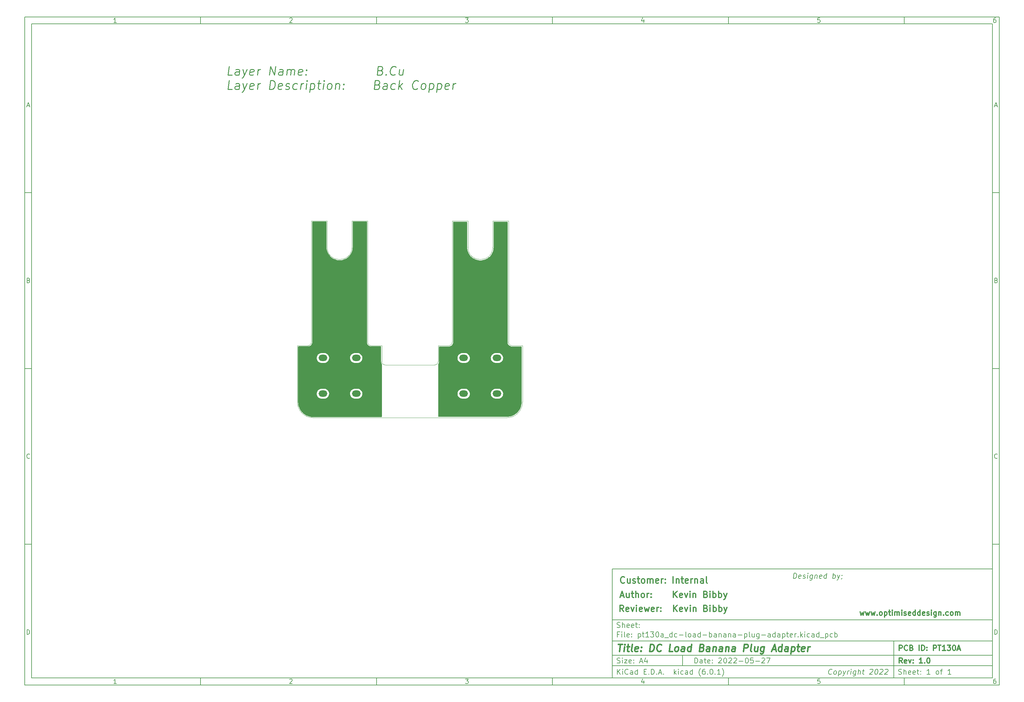
<source format=gbr>
%TF.GenerationSoftware,KiCad,Pcbnew,(6.0.1)*%
%TF.CreationDate,2022-05-27T18:48:00+01:00*%
%TF.ProjectId,pt130a_dc-load-banana-plug-adapter,70743133-3061-45f6-9463-2d6c6f61642d,1.0*%
%TF.SameCoordinates,PX53724e0PY7641700*%
%TF.FileFunction,Copper,L2,Bot*%
%TF.FilePolarity,Positive*%
%FSLAX46Y46*%
G04 Gerber Fmt 4.6, Leading zero omitted, Abs format (unit mm)*
G04 Created by KiCad (PCBNEW (6.0.1)) date 2022-05-27 18:48:00*
%MOMM*%
%LPD*%
G01*
G04 APERTURE LIST*
%ADD10C,0.100000*%
%ADD11C,0.150000*%
%ADD12C,0.300000*%
%ADD13C,0.400000*%
%ADD14C,0.360000*%
%TA.AperFunction,Profile*%
%ADD15C,0.050000*%
%TD*%
%ADD16C,0.250000*%
%TA.AperFunction,NonConductor*%
%ADD17C,0.250000*%
%TD*%
%TA.AperFunction,ComponentPad*%
%ADD18O,2.500000X1.800000*%
%TD*%
%TA.AperFunction,ComponentPad*%
%ADD19C,3.300000*%
%TD*%
%TA.AperFunction,ViaPad*%
%ADD20C,0.900000*%
%TD*%
G04 APERTURE END LIST*
D10*
D11*
X89502200Y-43007200D02*
X89502200Y-74007200D01*
X197502200Y-74007200D01*
X197502200Y-43007200D01*
X89502200Y-43007200D01*
D10*
D11*
X-77500000Y114000000D02*
X-77500000Y-76007200D01*
X199502200Y-76007200D01*
X199502200Y114000000D01*
X-77500000Y114000000D01*
D10*
D11*
X-75500000Y112000000D02*
X-75500000Y-74007200D01*
X197502200Y-74007200D01*
X197502200Y112000000D01*
X-75500000Y112000000D01*
D10*
D11*
X-27500000Y112000000D02*
X-27500000Y114000000D01*
D10*
D11*
X22500000Y112000000D02*
X22500000Y114000000D01*
D10*
D11*
X72500000Y112000000D02*
X72500000Y114000000D01*
D10*
D11*
X122500000Y112000000D02*
X122500000Y114000000D01*
D10*
D11*
X172500000Y112000000D02*
X172500000Y114000000D01*
D10*
D11*
X-51434524Y112411905D02*
X-52177381Y112411905D01*
X-51805953Y112411905D02*
X-51805953Y113711905D01*
X-51929762Y113526191D01*
X-52053572Y113402381D01*
X-52177381Y113340477D01*
D10*
D11*
X-2177381Y113588096D02*
X-2115477Y113650000D01*
X-1991667Y113711905D01*
X-1682143Y113711905D01*
X-1558334Y113650000D01*
X-1496429Y113588096D01*
X-1434524Y113464286D01*
X-1434524Y113340477D01*
X-1496429Y113154762D01*
X-2239286Y112411905D01*
X-1434524Y112411905D01*
D10*
D11*
X47760714Y113711905D02*
X48565476Y113711905D01*
X48132142Y113216667D01*
X48317857Y113216667D01*
X48441666Y113154762D01*
X48503571Y113092858D01*
X48565476Y112969048D01*
X48565476Y112659524D01*
X48503571Y112535715D01*
X48441666Y112473810D01*
X48317857Y112411905D01*
X47946428Y112411905D01*
X47822619Y112473810D01*
X47760714Y112535715D01*
D10*
D11*
X98441666Y113278572D02*
X98441666Y112411905D01*
X98132142Y113773810D02*
X97822619Y112845239D01*
X98627380Y112845239D01*
D10*
D11*
X148503571Y113711905D02*
X147884523Y113711905D01*
X147822619Y113092858D01*
X147884523Y113154762D01*
X148008333Y113216667D01*
X148317857Y113216667D01*
X148441666Y113154762D01*
X148503571Y113092858D01*
X148565476Y112969048D01*
X148565476Y112659524D01*
X148503571Y112535715D01*
X148441666Y112473810D01*
X148317857Y112411905D01*
X148008333Y112411905D01*
X147884523Y112473810D01*
X147822619Y112535715D01*
D10*
D11*
X198441666Y113711905D02*
X198194047Y113711905D01*
X198070238Y113650000D01*
X198008333Y113588096D01*
X197884523Y113402381D01*
X197822619Y113154762D01*
X197822619Y112659524D01*
X197884523Y112535715D01*
X197946428Y112473810D01*
X198070238Y112411905D01*
X198317857Y112411905D01*
X198441666Y112473810D01*
X198503571Y112535715D01*
X198565476Y112659524D01*
X198565476Y112969048D01*
X198503571Y113092858D01*
X198441666Y113154762D01*
X198317857Y113216667D01*
X198070238Y113216667D01*
X197946428Y113154762D01*
X197884523Y113092858D01*
X197822619Y112969048D01*
D10*
D11*
X-27500000Y-74007200D02*
X-27500000Y-76007200D01*
D10*
D11*
X22500000Y-74007200D02*
X22500000Y-76007200D01*
D10*
D11*
X72500000Y-74007200D02*
X72500000Y-76007200D01*
D10*
D11*
X122500000Y-74007200D02*
X122500000Y-76007200D01*
D10*
D11*
X172500000Y-74007200D02*
X172500000Y-76007200D01*
D10*
D11*
X-51434524Y-75595295D02*
X-52177381Y-75595295D01*
X-51805953Y-75595295D02*
X-51805953Y-74295295D01*
X-51929762Y-74481009D01*
X-52053572Y-74604819D01*
X-52177381Y-74666723D01*
D10*
D11*
X-2177381Y-74419104D02*
X-2115477Y-74357200D01*
X-1991667Y-74295295D01*
X-1682143Y-74295295D01*
X-1558334Y-74357200D01*
X-1496429Y-74419104D01*
X-1434524Y-74542914D01*
X-1434524Y-74666723D01*
X-1496429Y-74852438D01*
X-2239286Y-75595295D01*
X-1434524Y-75595295D01*
D10*
D11*
X47760714Y-74295295D02*
X48565476Y-74295295D01*
X48132142Y-74790533D01*
X48317857Y-74790533D01*
X48441666Y-74852438D01*
X48503571Y-74914342D01*
X48565476Y-75038152D01*
X48565476Y-75347676D01*
X48503571Y-75471485D01*
X48441666Y-75533390D01*
X48317857Y-75595295D01*
X47946428Y-75595295D01*
X47822619Y-75533390D01*
X47760714Y-75471485D01*
D10*
D11*
X98441666Y-74728628D02*
X98441666Y-75595295D01*
X98132142Y-74233390D02*
X97822619Y-75161961D01*
X98627380Y-75161961D01*
D10*
D11*
X148503571Y-74295295D02*
X147884523Y-74295295D01*
X147822619Y-74914342D01*
X147884523Y-74852438D01*
X148008333Y-74790533D01*
X148317857Y-74790533D01*
X148441666Y-74852438D01*
X148503571Y-74914342D01*
X148565476Y-75038152D01*
X148565476Y-75347676D01*
X148503571Y-75471485D01*
X148441666Y-75533390D01*
X148317857Y-75595295D01*
X148008333Y-75595295D01*
X147884523Y-75533390D01*
X147822619Y-75471485D01*
D10*
D11*
X198441666Y-74295295D02*
X198194047Y-74295295D01*
X198070238Y-74357200D01*
X198008333Y-74419104D01*
X197884523Y-74604819D01*
X197822619Y-74852438D01*
X197822619Y-75347676D01*
X197884523Y-75471485D01*
X197946428Y-75533390D01*
X198070238Y-75595295D01*
X198317857Y-75595295D01*
X198441666Y-75533390D01*
X198503571Y-75471485D01*
X198565476Y-75347676D01*
X198565476Y-75038152D01*
X198503571Y-74914342D01*
X198441666Y-74852438D01*
X198317857Y-74790533D01*
X198070238Y-74790533D01*
X197946428Y-74852438D01*
X197884523Y-74914342D01*
X197822619Y-75038152D01*
D10*
D11*
X-77500000Y64000000D02*
X-75500000Y64000000D01*
D10*
D11*
X-77500000Y14000000D02*
X-75500000Y14000000D01*
D10*
D11*
X-77500000Y-36000000D02*
X-75500000Y-36000000D01*
D10*
D11*
X-76809524Y88783334D02*
X-76190477Y88783334D01*
X-76933334Y88411905D02*
X-76500000Y89711905D01*
X-76066667Y88411905D01*
D10*
D11*
X-76407143Y39092858D02*
X-76221429Y39030953D01*
X-76159524Y38969048D01*
X-76097620Y38845239D01*
X-76097620Y38659524D01*
X-76159524Y38535715D01*
X-76221429Y38473810D01*
X-76345239Y38411905D01*
X-76840477Y38411905D01*
X-76840477Y39711905D01*
X-76407143Y39711905D01*
X-76283334Y39650000D01*
X-76221429Y39588096D01*
X-76159524Y39464286D01*
X-76159524Y39340477D01*
X-76221429Y39216667D01*
X-76283334Y39154762D01*
X-76407143Y39092858D01*
X-76840477Y39092858D01*
D10*
D11*
X-76097620Y-11464285D02*
X-76159524Y-11526190D01*
X-76345239Y-11588095D01*
X-76469048Y-11588095D01*
X-76654762Y-11526190D01*
X-76778572Y-11402380D01*
X-76840477Y-11278571D01*
X-76902381Y-11030952D01*
X-76902381Y-10845238D01*
X-76840477Y-10597619D01*
X-76778572Y-10473809D01*
X-76654762Y-10350000D01*
X-76469048Y-10288095D01*
X-76345239Y-10288095D01*
X-76159524Y-10350000D01*
X-76097620Y-10411904D01*
D10*
D11*
X-76840477Y-61588095D02*
X-76840477Y-60288095D01*
X-76530953Y-60288095D01*
X-76345239Y-60350000D01*
X-76221429Y-60473809D01*
X-76159524Y-60597619D01*
X-76097620Y-60845238D01*
X-76097620Y-61030952D01*
X-76159524Y-61278571D01*
X-76221429Y-61402380D01*
X-76345239Y-61526190D01*
X-76530953Y-61588095D01*
X-76840477Y-61588095D01*
D10*
D11*
X199502200Y64000000D02*
X197502200Y64000000D01*
D10*
D11*
X199502200Y14000000D02*
X197502200Y14000000D01*
D10*
D11*
X199502200Y-36000000D02*
X197502200Y-36000000D01*
D10*
D11*
X198192676Y88783334D02*
X198811723Y88783334D01*
X198068866Y88411905D02*
X198502200Y89711905D01*
X198935533Y88411905D01*
D10*
D11*
X198595057Y39092858D02*
X198780771Y39030953D01*
X198842676Y38969048D01*
X198904580Y38845239D01*
X198904580Y38659524D01*
X198842676Y38535715D01*
X198780771Y38473810D01*
X198656961Y38411905D01*
X198161723Y38411905D01*
X198161723Y39711905D01*
X198595057Y39711905D01*
X198718866Y39650000D01*
X198780771Y39588096D01*
X198842676Y39464286D01*
X198842676Y39340477D01*
X198780771Y39216667D01*
X198718866Y39154762D01*
X198595057Y39092858D01*
X198161723Y39092858D01*
D10*
D11*
X198904580Y-11464285D02*
X198842676Y-11526190D01*
X198656961Y-11588095D01*
X198533152Y-11588095D01*
X198347438Y-11526190D01*
X198223628Y-11402380D01*
X198161723Y-11278571D01*
X198099819Y-11030952D01*
X198099819Y-10845238D01*
X198161723Y-10597619D01*
X198223628Y-10473809D01*
X198347438Y-10350000D01*
X198533152Y-10288095D01*
X198656961Y-10288095D01*
X198842676Y-10350000D01*
X198904580Y-10411904D01*
D10*
D11*
X198161723Y-61588095D02*
X198161723Y-60288095D01*
X198471247Y-60288095D01*
X198656961Y-60350000D01*
X198780771Y-60473809D01*
X198842676Y-60597619D01*
X198904580Y-60845238D01*
X198904580Y-61030952D01*
X198842676Y-61278571D01*
X198780771Y-61402380D01*
X198656961Y-61526190D01*
X198471247Y-61588095D01*
X198161723Y-61588095D01*
D10*
D11*
X112934342Y-69785771D02*
X112934342Y-68285771D01*
X113291485Y-68285771D01*
X113505771Y-68357200D01*
X113648628Y-68500057D01*
X113720057Y-68642914D01*
X113791485Y-68928628D01*
X113791485Y-69142914D01*
X113720057Y-69428628D01*
X113648628Y-69571485D01*
X113505771Y-69714342D01*
X113291485Y-69785771D01*
X112934342Y-69785771D01*
X115077200Y-69785771D02*
X115077200Y-69000057D01*
X115005771Y-68857200D01*
X114862914Y-68785771D01*
X114577200Y-68785771D01*
X114434342Y-68857200D01*
X115077200Y-69714342D02*
X114934342Y-69785771D01*
X114577200Y-69785771D01*
X114434342Y-69714342D01*
X114362914Y-69571485D01*
X114362914Y-69428628D01*
X114434342Y-69285771D01*
X114577200Y-69214342D01*
X114934342Y-69214342D01*
X115077200Y-69142914D01*
X115577200Y-68785771D02*
X116148628Y-68785771D01*
X115791485Y-68285771D02*
X115791485Y-69571485D01*
X115862914Y-69714342D01*
X116005771Y-69785771D01*
X116148628Y-69785771D01*
X117220057Y-69714342D02*
X117077200Y-69785771D01*
X116791485Y-69785771D01*
X116648628Y-69714342D01*
X116577200Y-69571485D01*
X116577200Y-69000057D01*
X116648628Y-68857200D01*
X116791485Y-68785771D01*
X117077200Y-68785771D01*
X117220057Y-68857200D01*
X117291485Y-69000057D01*
X117291485Y-69142914D01*
X116577200Y-69285771D01*
X117934342Y-69642914D02*
X118005771Y-69714342D01*
X117934342Y-69785771D01*
X117862914Y-69714342D01*
X117934342Y-69642914D01*
X117934342Y-69785771D01*
X117934342Y-68857200D02*
X118005771Y-68928628D01*
X117934342Y-69000057D01*
X117862914Y-68928628D01*
X117934342Y-68857200D01*
X117934342Y-69000057D01*
X119720057Y-68428628D02*
X119791485Y-68357200D01*
X119934342Y-68285771D01*
X120291485Y-68285771D01*
X120434342Y-68357200D01*
X120505771Y-68428628D01*
X120577200Y-68571485D01*
X120577200Y-68714342D01*
X120505771Y-68928628D01*
X119648628Y-69785771D01*
X120577200Y-69785771D01*
X121505771Y-68285771D02*
X121648628Y-68285771D01*
X121791485Y-68357200D01*
X121862914Y-68428628D01*
X121934342Y-68571485D01*
X122005771Y-68857200D01*
X122005771Y-69214342D01*
X121934342Y-69500057D01*
X121862914Y-69642914D01*
X121791485Y-69714342D01*
X121648628Y-69785771D01*
X121505771Y-69785771D01*
X121362914Y-69714342D01*
X121291485Y-69642914D01*
X121220057Y-69500057D01*
X121148628Y-69214342D01*
X121148628Y-68857200D01*
X121220057Y-68571485D01*
X121291485Y-68428628D01*
X121362914Y-68357200D01*
X121505771Y-68285771D01*
X122577200Y-68428628D02*
X122648628Y-68357200D01*
X122791485Y-68285771D01*
X123148628Y-68285771D01*
X123291485Y-68357200D01*
X123362914Y-68428628D01*
X123434342Y-68571485D01*
X123434342Y-68714342D01*
X123362914Y-68928628D01*
X122505771Y-69785771D01*
X123434342Y-69785771D01*
X124005771Y-68428628D02*
X124077200Y-68357200D01*
X124220057Y-68285771D01*
X124577200Y-68285771D01*
X124720057Y-68357200D01*
X124791485Y-68428628D01*
X124862914Y-68571485D01*
X124862914Y-68714342D01*
X124791485Y-68928628D01*
X123934342Y-69785771D01*
X124862914Y-69785771D01*
X125505771Y-69214342D02*
X126648628Y-69214342D01*
X127648628Y-68285771D02*
X127791485Y-68285771D01*
X127934342Y-68357200D01*
X128005771Y-68428628D01*
X128077200Y-68571485D01*
X128148628Y-68857200D01*
X128148628Y-69214342D01*
X128077200Y-69500057D01*
X128005771Y-69642914D01*
X127934342Y-69714342D01*
X127791485Y-69785771D01*
X127648628Y-69785771D01*
X127505771Y-69714342D01*
X127434342Y-69642914D01*
X127362914Y-69500057D01*
X127291485Y-69214342D01*
X127291485Y-68857200D01*
X127362914Y-68571485D01*
X127434342Y-68428628D01*
X127505771Y-68357200D01*
X127648628Y-68285771D01*
X129505771Y-68285771D02*
X128791485Y-68285771D01*
X128720057Y-69000057D01*
X128791485Y-68928628D01*
X128934342Y-68857200D01*
X129291485Y-68857200D01*
X129434342Y-68928628D01*
X129505771Y-69000057D01*
X129577200Y-69142914D01*
X129577200Y-69500057D01*
X129505771Y-69642914D01*
X129434342Y-69714342D01*
X129291485Y-69785771D01*
X128934342Y-69785771D01*
X128791485Y-69714342D01*
X128720057Y-69642914D01*
X130220057Y-69214342D02*
X131362914Y-69214342D01*
X132005771Y-68428628D02*
X132077200Y-68357200D01*
X132220057Y-68285771D01*
X132577200Y-68285771D01*
X132720057Y-68357200D01*
X132791485Y-68428628D01*
X132862914Y-68571485D01*
X132862914Y-68714342D01*
X132791485Y-68928628D01*
X131934342Y-69785771D01*
X132862914Y-69785771D01*
X133362914Y-68285771D02*
X134362914Y-68285771D01*
X133720057Y-69785771D01*
D10*
D11*
X89502200Y-70507200D02*
X197502200Y-70507200D01*
D10*
D11*
X90934342Y-72985771D02*
X90934342Y-71485771D01*
X91791485Y-72985771D02*
X91148628Y-72128628D01*
X91791485Y-71485771D02*
X90934342Y-72342914D01*
X92434342Y-72985771D02*
X92434342Y-71985771D01*
X92434342Y-71485771D02*
X92362914Y-71557200D01*
X92434342Y-71628628D01*
X92505771Y-71557200D01*
X92434342Y-71485771D01*
X92434342Y-71628628D01*
X94005771Y-72842914D02*
X93934342Y-72914342D01*
X93720057Y-72985771D01*
X93577200Y-72985771D01*
X93362914Y-72914342D01*
X93220057Y-72771485D01*
X93148628Y-72628628D01*
X93077200Y-72342914D01*
X93077200Y-72128628D01*
X93148628Y-71842914D01*
X93220057Y-71700057D01*
X93362914Y-71557200D01*
X93577200Y-71485771D01*
X93720057Y-71485771D01*
X93934342Y-71557200D01*
X94005771Y-71628628D01*
X95291485Y-72985771D02*
X95291485Y-72200057D01*
X95220057Y-72057200D01*
X95077200Y-71985771D01*
X94791485Y-71985771D01*
X94648628Y-72057200D01*
X95291485Y-72914342D02*
X95148628Y-72985771D01*
X94791485Y-72985771D01*
X94648628Y-72914342D01*
X94577200Y-72771485D01*
X94577200Y-72628628D01*
X94648628Y-72485771D01*
X94791485Y-72414342D01*
X95148628Y-72414342D01*
X95291485Y-72342914D01*
X96648628Y-72985771D02*
X96648628Y-71485771D01*
X96648628Y-72914342D02*
X96505771Y-72985771D01*
X96220057Y-72985771D01*
X96077200Y-72914342D01*
X96005771Y-72842914D01*
X95934342Y-72700057D01*
X95934342Y-72271485D01*
X96005771Y-72128628D01*
X96077200Y-72057200D01*
X96220057Y-71985771D01*
X96505771Y-71985771D01*
X96648628Y-72057200D01*
X98505771Y-72200057D02*
X99005771Y-72200057D01*
X99220057Y-72985771D02*
X98505771Y-72985771D01*
X98505771Y-71485771D01*
X99220057Y-71485771D01*
X99862914Y-72842914D02*
X99934342Y-72914342D01*
X99862914Y-72985771D01*
X99791485Y-72914342D01*
X99862914Y-72842914D01*
X99862914Y-72985771D01*
X100577200Y-72985771D02*
X100577200Y-71485771D01*
X100934342Y-71485771D01*
X101148628Y-71557200D01*
X101291485Y-71700057D01*
X101362914Y-71842914D01*
X101434342Y-72128628D01*
X101434342Y-72342914D01*
X101362914Y-72628628D01*
X101291485Y-72771485D01*
X101148628Y-72914342D01*
X100934342Y-72985771D01*
X100577200Y-72985771D01*
X102077200Y-72842914D02*
X102148628Y-72914342D01*
X102077200Y-72985771D01*
X102005771Y-72914342D01*
X102077200Y-72842914D01*
X102077200Y-72985771D01*
X102720057Y-72557200D02*
X103434342Y-72557200D01*
X102577200Y-72985771D02*
X103077200Y-71485771D01*
X103577200Y-72985771D01*
X104077200Y-72842914D02*
X104148628Y-72914342D01*
X104077200Y-72985771D01*
X104005771Y-72914342D01*
X104077200Y-72842914D01*
X104077200Y-72985771D01*
X107077200Y-72985771D02*
X107077200Y-71485771D01*
X107220057Y-72414342D02*
X107648628Y-72985771D01*
X107648628Y-71985771D02*
X107077200Y-72557200D01*
X108291485Y-72985771D02*
X108291485Y-71985771D01*
X108291485Y-71485771D02*
X108220057Y-71557200D01*
X108291485Y-71628628D01*
X108362914Y-71557200D01*
X108291485Y-71485771D01*
X108291485Y-71628628D01*
X109648628Y-72914342D02*
X109505771Y-72985771D01*
X109220057Y-72985771D01*
X109077200Y-72914342D01*
X109005771Y-72842914D01*
X108934342Y-72700057D01*
X108934342Y-72271485D01*
X109005771Y-72128628D01*
X109077200Y-72057200D01*
X109220057Y-71985771D01*
X109505771Y-71985771D01*
X109648628Y-72057200D01*
X110934342Y-72985771D02*
X110934342Y-72200057D01*
X110862914Y-72057200D01*
X110720057Y-71985771D01*
X110434342Y-71985771D01*
X110291485Y-72057200D01*
X110934342Y-72914342D02*
X110791485Y-72985771D01*
X110434342Y-72985771D01*
X110291485Y-72914342D01*
X110220057Y-72771485D01*
X110220057Y-72628628D01*
X110291485Y-72485771D01*
X110434342Y-72414342D01*
X110791485Y-72414342D01*
X110934342Y-72342914D01*
X112291485Y-72985771D02*
X112291485Y-71485771D01*
X112291485Y-72914342D02*
X112148628Y-72985771D01*
X111862914Y-72985771D01*
X111720057Y-72914342D01*
X111648628Y-72842914D01*
X111577200Y-72700057D01*
X111577200Y-72271485D01*
X111648628Y-72128628D01*
X111720057Y-72057200D01*
X111862914Y-71985771D01*
X112148628Y-71985771D01*
X112291485Y-72057200D01*
X114577200Y-73557200D02*
X114505771Y-73485771D01*
X114362914Y-73271485D01*
X114291485Y-73128628D01*
X114220057Y-72914342D01*
X114148628Y-72557200D01*
X114148628Y-72271485D01*
X114220057Y-71914342D01*
X114291485Y-71700057D01*
X114362914Y-71557200D01*
X114505771Y-71342914D01*
X114577200Y-71271485D01*
X115791485Y-71485771D02*
X115505771Y-71485771D01*
X115362914Y-71557200D01*
X115291485Y-71628628D01*
X115148628Y-71842914D01*
X115077200Y-72128628D01*
X115077200Y-72700057D01*
X115148628Y-72842914D01*
X115220057Y-72914342D01*
X115362914Y-72985771D01*
X115648628Y-72985771D01*
X115791485Y-72914342D01*
X115862914Y-72842914D01*
X115934342Y-72700057D01*
X115934342Y-72342914D01*
X115862914Y-72200057D01*
X115791485Y-72128628D01*
X115648628Y-72057200D01*
X115362914Y-72057200D01*
X115220057Y-72128628D01*
X115148628Y-72200057D01*
X115077200Y-72342914D01*
X116577200Y-72842914D02*
X116648628Y-72914342D01*
X116577200Y-72985771D01*
X116505771Y-72914342D01*
X116577200Y-72842914D01*
X116577200Y-72985771D01*
X117577200Y-71485771D02*
X117720057Y-71485771D01*
X117862914Y-71557200D01*
X117934342Y-71628628D01*
X118005771Y-71771485D01*
X118077200Y-72057200D01*
X118077200Y-72414342D01*
X118005771Y-72700057D01*
X117934342Y-72842914D01*
X117862914Y-72914342D01*
X117720057Y-72985771D01*
X117577200Y-72985771D01*
X117434342Y-72914342D01*
X117362914Y-72842914D01*
X117291485Y-72700057D01*
X117220057Y-72414342D01*
X117220057Y-72057200D01*
X117291485Y-71771485D01*
X117362914Y-71628628D01*
X117434342Y-71557200D01*
X117577200Y-71485771D01*
X118720057Y-72842914D02*
X118791485Y-72914342D01*
X118720057Y-72985771D01*
X118648628Y-72914342D01*
X118720057Y-72842914D01*
X118720057Y-72985771D01*
X120220057Y-72985771D02*
X119362914Y-72985771D01*
X119791485Y-72985771D02*
X119791485Y-71485771D01*
X119648628Y-71700057D01*
X119505771Y-71842914D01*
X119362914Y-71914342D01*
X120720057Y-73557200D02*
X120791485Y-73485771D01*
X120934342Y-73271485D01*
X121005771Y-73128628D01*
X121077200Y-72914342D01*
X121148628Y-72557200D01*
X121148628Y-72271485D01*
X121077200Y-71914342D01*
X121005771Y-71700057D01*
X120934342Y-71557200D01*
X120791485Y-71342914D01*
X120720057Y-71271485D01*
D10*
D11*
X89502000Y-67507000D02*
X197502000Y-67507000D01*
D10*
D11*
X151816271Y-72842914D02*
X151735914Y-72914342D01*
X151512700Y-72985771D01*
X151369842Y-72985771D01*
X151164485Y-72914342D01*
X151039485Y-72771485D01*
X150985914Y-72628628D01*
X150950200Y-72342914D01*
X150976985Y-72128628D01*
X151084128Y-71842914D01*
X151173414Y-71700057D01*
X151334128Y-71557200D01*
X151557342Y-71485771D01*
X151700200Y-71485771D01*
X151905557Y-71557200D01*
X151968057Y-71628628D01*
X152655557Y-72985771D02*
X152521628Y-72914342D01*
X152459128Y-72842914D01*
X152405557Y-72700057D01*
X152459128Y-72271485D01*
X152548414Y-72128628D01*
X152628771Y-72057200D01*
X152780557Y-71985771D01*
X152994842Y-71985771D01*
X153128771Y-72057200D01*
X153191271Y-72128628D01*
X153244842Y-72271485D01*
X153191271Y-72700057D01*
X153101985Y-72842914D01*
X153021628Y-72914342D01*
X152869842Y-72985771D01*
X152655557Y-72985771D01*
X153923414Y-71985771D02*
X153735914Y-73485771D01*
X153914485Y-72057200D02*
X154066271Y-71985771D01*
X154351985Y-71985771D01*
X154485914Y-72057200D01*
X154548414Y-72128628D01*
X154601985Y-72271485D01*
X154548414Y-72700057D01*
X154459128Y-72842914D01*
X154378771Y-72914342D01*
X154226985Y-72985771D01*
X153941271Y-72985771D01*
X153807342Y-72914342D01*
X155137700Y-71985771D02*
X155369842Y-72985771D01*
X155851985Y-71985771D02*
X155369842Y-72985771D01*
X155182342Y-73342914D01*
X155101985Y-73414342D01*
X154950200Y-73485771D01*
X156298414Y-72985771D02*
X156423414Y-71985771D01*
X156387700Y-72271485D02*
X156476985Y-72128628D01*
X156557342Y-72057200D01*
X156709128Y-71985771D01*
X156851985Y-71985771D01*
X157226985Y-72985771D02*
X157351985Y-71985771D01*
X157414485Y-71485771D02*
X157334128Y-71557200D01*
X157396628Y-71628628D01*
X157476985Y-71557200D01*
X157414485Y-71485771D01*
X157396628Y-71628628D01*
X158709128Y-71985771D02*
X158557342Y-73200057D01*
X158468057Y-73342914D01*
X158387700Y-73414342D01*
X158235914Y-73485771D01*
X158021628Y-73485771D01*
X157887700Y-73414342D01*
X158593057Y-72914342D02*
X158441271Y-72985771D01*
X158155557Y-72985771D01*
X158021628Y-72914342D01*
X157959128Y-72842914D01*
X157905557Y-72700057D01*
X157959128Y-72271485D01*
X158048414Y-72128628D01*
X158128771Y-72057200D01*
X158280557Y-71985771D01*
X158566271Y-71985771D01*
X158700200Y-72057200D01*
X159298414Y-72985771D02*
X159485914Y-71485771D01*
X159941271Y-72985771D02*
X160039485Y-72200057D01*
X159985914Y-72057200D01*
X159851985Y-71985771D01*
X159637700Y-71985771D01*
X159485914Y-72057200D01*
X159405557Y-72128628D01*
X160566271Y-71985771D02*
X161137700Y-71985771D01*
X160843057Y-71485771D02*
X160682342Y-72771485D01*
X160735914Y-72914342D01*
X160869842Y-72985771D01*
X161012700Y-72985771D01*
X162753771Y-71628628D02*
X162834128Y-71557200D01*
X162985914Y-71485771D01*
X163343057Y-71485771D01*
X163476985Y-71557200D01*
X163539485Y-71628628D01*
X163593057Y-71771485D01*
X163575200Y-71914342D01*
X163476985Y-72128628D01*
X162512700Y-72985771D01*
X163441271Y-72985771D01*
X164557342Y-71485771D02*
X164700200Y-71485771D01*
X164834128Y-71557200D01*
X164896628Y-71628628D01*
X164950200Y-71771485D01*
X164985914Y-72057200D01*
X164941271Y-72414342D01*
X164834128Y-72700057D01*
X164744842Y-72842914D01*
X164664485Y-72914342D01*
X164512700Y-72985771D01*
X164369842Y-72985771D01*
X164235914Y-72914342D01*
X164173414Y-72842914D01*
X164119842Y-72700057D01*
X164084128Y-72414342D01*
X164128771Y-72057200D01*
X164235914Y-71771485D01*
X164325200Y-71628628D01*
X164405557Y-71557200D01*
X164557342Y-71485771D01*
X165610914Y-71628628D02*
X165691271Y-71557200D01*
X165843057Y-71485771D01*
X166200200Y-71485771D01*
X166334128Y-71557200D01*
X166396628Y-71628628D01*
X166450200Y-71771485D01*
X166432342Y-71914342D01*
X166334128Y-72128628D01*
X165369842Y-72985771D01*
X166298414Y-72985771D01*
X167039485Y-71628628D02*
X167119842Y-71557200D01*
X167271628Y-71485771D01*
X167628771Y-71485771D01*
X167762700Y-71557200D01*
X167825200Y-71628628D01*
X167878771Y-71771485D01*
X167860914Y-71914342D01*
X167762700Y-72128628D01*
X166798414Y-72985771D01*
X167726985Y-72985771D01*
D10*
D12*
X171052342Y-66185771D02*
X171052342Y-64685771D01*
X171623771Y-64685771D01*
X171766628Y-64757200D01*
X171838057Y-64828628D01*
X171909485Y-64971485D01*
X171909485Y-65185771D01*
X171838057Y-65328628D01*
X171766628Y-65400057D01*
X171623771Y-65471485D01*
X171052342Y-65471485D01*
X173409485Y-66042914D02*
X173338057Y-66114342D01*
X173123771Y-66185771D01*
X172980914Y-66185771D01*
X172766628Y-66114342D01*
X172623771Y-65971485D01*
X172552342Y-65828628D01*
X172480914Y-65542914D01*
X172480914Y-65328628D01*
X172552342Y-65042914D01*
X172623771Y-64900057D01*
X172766628Y-64757200D01*
X172980914Y-64685771D01*
X173123771Y-64685771D01*
X173338057Y-64757200D01*
X173409485Y-64828628D01*
X174552342Y-65400057D02*
X174766628Y-65471485D01*
X174838057Y-65542914D01*
X174909485Y-65685771D01*
X174909485Y-65900057D01*
X174838057Y-66042914D01*
X174766628Y-66114342D01*
X174623771Y-66185771D01*
X174052342Y-66185771D01*
X174052342Y-64685771D01*
X174552342Y-64685771D01*
X174695200Y-64757200D01*
X174766628Y-64828628D01*
X174838057Y-64971485D01*
X174838057Y-65114342D01*
X174766628Y-65257200D01*
X174695200Y-65328628D01*
X174552342Y-65400057D01*
X174052342Y-65400057D01*
X176695200Y-66185771D02*
X176695200Y-64685771D01*
X177409485Y-66185771D02*
X177409485Y-64685771D01*
X177766628Y-64685771D01*
X177980914Y-64757200D01*
X178123771Y-64900057D01*
X178195200Y-65042914D01*
X178266628Y-65328628D01*
X178266628Y-65542914D01*
X178195200Y-65828628D01*
X178123771Y-65971485D01*
X177980914Y-66114342D01*
X177766628Y-66185771D01*
X177409485Y-66185771D01*
X178909485Y-66042914D02*
X178980914Y-66114342D01*
X178909485Y-66185771D01*
X178838057Y-66114342D01*
X178909485Y-66042914D01*
X178909485Y-66185771D01*
X178909485Y-65257200D02*
X178980914Y-65328628D01*
X178909485Y-65400057D01*
X178838057Y-65328628D01*
X178909485Y-65257200D01*
X178909485Y-65400057D01*
X180766628Y-66185771D02*
X180766628Y-64685771D01*
X181338057Y-64685771D01*
X181480914Y-64757200D01*
X181552342Y-64828628D01*
X181623771Y-64971485D01*
X181623771Y-65185771D01*
X181552342Y-65328628D01*
X181480914Y-65400057D01*
X181338057Y-65471485D01*
X180766628Y-65471485D01*
X182052342Y-64685771D02*
X182909485Y-64685771D01*
X182480914Y-66185771D02*
X182480914Y-64685771D01*
X184195200Y-66185771D02*
X183338057Y-66185771D01*
X183766628Y-66185771D02*
X183766628Y-64685771D01*
X183623771Y-64900057D01*
X183480914Y-65042914D01*
X183338057Y-65114342D01*
X184695200Y-64685771D02*
X185623771Y-64685771D01*
X185123771Y-65257200D01*
X185338057Y-65257200D01*
X185480914Y-65328628D01*
X185552342Y-65400057D01*
X185623771Y-65542914D01*
X185623771Y-65900057D01*
X185552342Y-66042914D01*
X185480914Y-66114342D01*
X185338057Y-66185771D01*
X184909485Y-66185771D01*
X184766628Y-66114342D01*
X184695200Y-66042914D01*
X186552342Y-64685771D02*
X186695200Y-64685771D01*
X186838057Y-64757200D01*
X186909485Y-64828628D01*
X186980914Y-64971485D01*
X187052342Y-65257200D01*
X187052342Y-65614342D01*
X186980914Y-65900057D01*
X186909485Y-66042914D01*
X186838057Y-66114342D01*
X186695200Y-66185771D01*
X186552342Y-66185771D01*
X186409485Y-66114342D01*
X186338057Y-66042914D01*
X186266628Y-65900057D01*
X186195200Y-65614342D01*
X186195200Y-65257200D01*
X186266628Y-64971485D01*
X186338057Y-64828628D01*
X186409485Y-64757200D01*
X186552342Y-64685771D01*
X187623771Y-65757200D02*
X188338057Y-65757200D01*
X187480914Y-66185771D02*
X187980914Y-64685771D01*
X188480914Y-66185771D01*
D10*
D12*
X171911285Y-69785571D02*
X171411285Y-69071285D01*
X171054142Y-69785571D02*
X171054142Y-68285571D01*
X171625571Y-68285571D01*
X171768428Y-68357000D01*
X171839857Y-68428428D01*
X171911285Y-68571285D01*
X171911285Y-68785571D01*
X171839857Y-68928428D01*
X171768428Y-68999857D01*
X171625571Y-69071285D01*
X171054142Y-69071285D01*
X173125571Y-69714142D02*
X172982714Y-69785571D01*
X172697000Y-69785571D01*
X172554142Y-69714142D01*
X172482714Y-69571285D01*
X172482714Y-68999857D01*
X172554142Y-68857000D01*
X172697000Y-68785571D01*
X172982714Y-68785571D01*
X173125571Y-68857000D01*
X173197000Y-68999857D01*
X173197000Y-69142714D01*
X172482714Y-69285571D01*
X173697000Y-68785571D02*
X174054142Y-69785571D01*
X174411285Y-68785571D01*
X174982714Y-69642714D02*
X175054142Y-69714142D01*
X174982714Y-69785571D01*
X174911285Y-69714142D01*
X174982714Y-69642714D01*
X174982714Y-69785571D01*
X174982714Y-68857000D02*
X175054142Y-68928428D01*
X174982714Y-68999857D01*
X174911285Y-68928428D01*
X174982714Y-68857000D01*
X174982714Y-68999857D01*
X177625571Y-69785571D02*
X176768428Y-69785571D01*
X177197000Y-69785571D02*
X177197000Y-68285571D01*
X177054142Y-68499857D01*
X176911285Y-68642714D01*
X176768428Y-68714142D01*
X178268428Y-69642714D02*
X178339857Y-69714142D01*
X178268428Y-69785571D01*
X178197000Y-69714142D01*
X178268428Y-69642714D01*
X178268428Y-69785571D01*
X179268428Y-68285571D02*
X179411285Y-68285571D01*
X179554142Y-68357000D01*
X179625571Y-68428428D01*
X179697000Y-68571285D01*
X179768428Y-68857000D01*
X179768428Y-69214142D01*
X179697000Y-69499857D01*
X179625571Y-69642714D01*
X179554142Y-69714142D01*
X179411285Y-69785571D01*
X179268428Y-69785571D01*
X179125571Y-69714142D01*
X179054142Y-69642714D01*
X178982714Y-69499857D01*
X178911285Y-69214142D01*
X178911285Y-68857000D01*
X178982714Y-68571285D01*
X179054142Y-68428428D01*
X179125571Y-68357000D01*
X179268428Y-68285571D01*
D10*
D11*
X90862914Y-69714342D02*
X91077200Y-69785771D01*
X91434342Y-69785771D01*
X91577200Y-69714342D01*
X91648628Y-69642914D01*
X91720057Y-69500057D01*
X91720057Y-69357200D01*
X91648628Y-69214342D01*
X91577200Y-69142914D01*
X91434342Y-69071485D01*
X91148628Y-69000057D01*
X91005771Y-68928628D01*
X90934342Y-68857200D01*
X90862914Y-68714342D01*
X90862914Y-68571485D01*
X90934342Y-68428628D01*
X91005771Y-68357200D01*
X91148628Y-68285771D01*
X91505771Y-68285771D01*
X91720057Y-68357200D01*
X92362914Y-69785771D02*
X92362914Y-68785771D01*
X92362914Y-68285771D02*
X92291485Y-68357200D01*
X92362914Y-68428628D01*
X92434342Y-68357200D01*
X92362914Y-68285771D01*
X92362914Y-68428628D01*
X92934342Y-68785771D02*
X93720057Y-68785771D01*
X92934342Y-69785771D01*
X93720057Y-69785771D01*
X94862914Y-69714342D02*
X94720057Y-69785771D01*
X94434342Y-69785771D01*
X94291485Y-69714342D01*
X94220057Y-69571485D01*
X94220057Y-69000057D01*
X94291485Y-68857200D01*
X94434342Y-68785771D01*
X94720057Y-68785771D01*
X94862914Y-68857200D01*
X94934342Y-69000057D01*
X94934342Y-69142914D01*
X94220057Y-69285771D01*
X95577200Y-69642914D02*
X95648628Y-69714342D01*
X95577200Y-69785771D01*
X95505771Y-69714342D01*
X95577200Y-69642914D01*
X95577200Y-69785771D01*
X95577200Y-68857200D02*
X95648628Y-68928628D01*
X95577200Y-69000057D01*
X95505771Y-68928628D01*
X95577200Y-68857200D01*
X95577200Y-69000057D01*
X97362914Y-69357200D02*
X98077200Y-69357200D01*
X97220057Y-69785771D02*
X97720057Y-68285771D01*
X98220057Y-69785771D01*
X99362914Y-68785771D02*
X99362914Y-69785771D01*
X99005771Y-68214342D02*
X98648628Y-69285771D01*
X99577200Y-69285771D01*
D10*
D11*
X170862914Y-72914342D02*
X171077200Y-72985771D01*
X171434342Y-72985771D01*
X171577200Y-72914342D01*
X171648628Y-72842914D01*
X171720057Y-72700057D01*
X171720057Y-72557200D01*
X171648628Y-72414342D01*
X171577200Y-72342914D01*
X171434342Y-72271485D01*
X171148628Y-72200057D01*
X171005771Y-72128628D01*
X170934342Y-72057200D01*
X170862914Y-71914342D01*
X170862914Y-71771485D01*
X170934342Y-71628628D01*
X171005771Y-71557200D01*
X171148628Y-71485771D01*
X171505771Y-71485771D01*
X171720057Y-71557200D01*
X172362914Y-72985771D02*
X172362914Y-71485771D01*
X173005771Y-72985771D02*
X173005771Y-72200057D01*
X172934342Y-72057200D01*
X172791485Y-71985771D01*
X172577200Y-71985771D01*
X172434342Y-72057200D01*
X172362914Y-72128628D01*
X174291485Y-72914342D02*
X174148628Y-72985771D01*
X173862914Y-72985771D01*
X173720057Y-72914342D01*
X173648628Y-72771485D01*
X173648628Y-72200057D01*
X173720057Y-72057200D01*
X173862914Y-71985771D01*
X174148628Y-71985771D01*
X174291485Y-72057200D01*
X174362914Y-72200057D01*
X174362914Y-72342914D01*
X173648628Y-72485771D01*
X175577200Y-72914342D02*
X175434342Y-72985771D01*
X175148628Y-72985771D01*
X175005771Y-72914342D01*
X174934342Y-72771485D01*
X174934342Y-72200057D01*
X175005771Y-72057200D01*
X175148628Y-71985771D01*
X175434342Y-71985771D01*
X175577200Y-72057200D01*
X175648628Y-72200057D01*
X175648628Y-72342914D01*
X174934342Y-72485771D01*
X176077200Y-71985771D02*
X176648628Y-71985771D01*
X176291485Y-71485771D02*
X176291485Y-72771485D01*
X176362914Y-72914342D01*
X176505771Y-72985771D01*
X176648628Y-72985771D01*
X177148628Y-72842914D02*
X177220057Y-72914342D01*
X177148628Y-72985771D01*
X177077200Y-72914342D01*
X177148628Y-72842914D01*
X177148628Y-72985771D01*
X177148628Y-72057200D02*
X177220057Y-72128628D01*
X177148628Y-72200057D01*
X177077200Y-72128628D01*
X177148628Y-72057200D01*
X177148628Y-72200057D01*
X179791485Y-72985771D02*
X178934342Y-72985771D01*
X179362914Y-72985771D02*
X179362914Y-71485771D01*
X179220057Y-71700057D01*
X179077200Y-71842914D01*
X178934342Y-71914342D01*
X181791485Y-72985771D02*
X181648628Y-72914342D01*
X181577200Y-72842914D01*
X181505771Y-72700057D01*
X181505771Y-72271485D01*
X181577200Y-72128628D01*
X181648628Y-72057200D01*
X181791485Y-71985771D01*
X182005771Y-71985771D01*
X182148628Y-72057200D01*
X182220057Y-72128628D01*
X182291485Y-72271485D01*
X182291485Y-72700057D01*
X182220057Y-72842914D01*
X182148628Y-72914342D01*
X182005771Y-72985771D01*
X181791485Y-72985771D01*
X182720057Y-71985771D02*
X183291485Y-71985771D01*
X182934342Y-72985771D02*
X182934342Y-71700057D01*
X183005771Y-71557200D01*
X183148628Y-71485771D01*
X183291485Y-71485771D01*
X185720057Y-72985771D02*
X184862914Y-72985771D01*
X185291485Y-72985771D02*
X185291485Y-71485771D01*
X185148628Y-71700057D01*
X185005771Y-71842914D01*
X184862914Y-71914342D01*
D10*
D11*
X89502200Y-63507200D02*
X197502200Y-63507200D01*
D10*
D13*
X91214580Y-64411961D02*
X92357438Y-64411961D01*
X91536009Y-66411961D02*
X91786009Y-64411961D01*
X92774104Y-66411961D02*
X92940771Y-65078628D01*
X93024104Y-64411961D02*
X92916961Y-64507200D01*
X93000295Y-64602438D01*
X93107438Y-64507200D01*
X93024104Y-64411961D01*
X93000295Y-64602438D01*
X93607438Y-65078628D02*
X94369342Y-65078628D01*
X93976485Y-64411961D02*
X93762200Y-66126247D01*
X93833628Y-66316723D01*
X94012200Y-66411961D01*
X94202676Y-66411961D01*
X95155057Y-66411961D02*
X94976485Y-66316723D01*
X94905057Y-66126247D01*
X95119342Y-64411961D01*
X96690771Y-66316723D02*
X96488390Y-66411961D01*
X96107438Y-66411961D01*
X95928866Y-66316723D01*
X95857438Y-66126247D01*
X95952676Y-65364342D01*
X96071723Y-65173866D01*
X96274104Y-65078628D01*
X96655057Y-65078628D01*
X96833628Y-65173866D01*
X96905057Y-65364342D01*
X96881247Y-65554819D01*
X95905057Y-65745295D01*
X97655057Y-66221485D02*
X97738390Y-66316723D01*
X97631247Y-66411961D01*
X97547914Y-66316723D01*
X97655057Y-66221485D01*
X97631247Y-66411961D01*
X97786009Y-65173866D02*
X97869342Y-65269104D01*
X97762200Y-65364342D01*
X97678866Y-65269104D01*
X97786009Y-65173866D01*
X97762200Y-65364342D01*
X100107438Y-66411961D02*
X100357438Y-64411961D01*
X100833628Y-64411961D01*
X101107438Y-64507200D01*
X101274104Y-64697676D01*
X101345533Y-64888152D01*
X101393152Y-65269104D01*
X101357438Y-65554819D01*
X101214580Y-65935771D01*
X101095533Y-66126247D01*
X100881247Y-66316723D01*
X100583628Y-66411961D01*
X100107438Y-66411961D01*
X103274104Y-66221485D02*
X103166961Y-66316723D01*
X102869342Y-66411961D01*
X102678866Y-66411961D01*
X102405057Y-66316723D01*
X102238390Y-66126247D01*
X102166961Y-65935771D01*
X102119342Y-65554819D01*
X102155057Y-65269104D01*
X102297914Y-64888152D01*
X102416961Y-64697676D01*
X102631247Y-64507200D01*
X102928866Y-64411961D01*
X103119342Y-64411961D01*
X103393152Y-64507200D01*
X103476485Y-64602438D01*
X106583628Y-66411961D02*
X105631247Y-66411961D01*
X105881247Y-64411961D01*
X107536009Y-66411961D02*
X107357438Y-66316723D01*
X107274104Y-66221485D01*
X107202676Y-66031009D01*
X107274104Y-65459580D01*
X107393152Y-65269104D01*
X107500295Y-65173866D01*
X107702676Y-65078628D01*
X107988390Y-65078628D01*
X108166961Y-65173866D01*
X108250295Y-65269104D01*
X108321723Y-65459580D01*
X108250295Y-66031009D01*
X108131247Y-66221485D01*
X108024104Y-66316723D01*
X107821723Y-66411961D01*
X107536009Y-66411961D01*
X109916961Y-66411961D02*
X110047914Y-65364342D01*
X109976485Y-65173866D01*
X109797914Y-65078628D01*
X109416961Y-65078628D01*
X109214580Y-65173866D01*
X109928866Y-66316723D02*
X109726485Y-66411961D01*
X109250295Y-66411961D01*
X109071723Y-66316723D01*
X109000295Y-66126247D01*
X109024104Y-65935771D01*
X109143152Y-65745295D01*
X109345533Y-65650057D01*
X109821723Y-65650057D01*
X110024104Y-65554819D01*
X111726485Y-66411961D02*
X111976485Y-64411961D01*
X111738390Y-66316723D02*
X111536009Y-66411961D01*
X111155057Y-66411961D01*
X110976485Y-66316723D01*
X110893152Y-66221485D01*
X110821723Y-66031009D01*
X110893152Y-65459580D01*
X111012200Y-65269104D01*
X111119342Y-65173866D01*
X111321723Y-65078628D01*
X111702676Y-65078628D01*
X111881247Y-65173866D01*
X115000295Y-65364342D02*
X115274104Y-65459580D01*
X115357438Y-65554819D01*
X115428866Y-65745295D01*
X115393152Y-66031009D01*
X115274104Y-66221485D01*
X115166961Y-66316723D01*
X114964580Y-66411961D01*
X114202676Y-66411961D01*
X114452676Y-64411961D01*
X115119342Y-64411961D01*
X115297914Y-64507200D01*
X115381247Y-64602438D01*
X115452676Y-64792914D01*
X115428866Y-64983390D01*
X115309819Y-65173866D01*
X115202676Y-65269104D01*
X115000295Y-65364342D01*
X114333628Y-65364342D01*
X117059819Y-66411961D02*
X117190771Y-65364342D01*
X117119342Y-65173866D01*
X116940771Y-65078628D01*
X116559819Y-65078628D01*
X116357438Y-65173866D01*
X117071723Y-66316723D02*
X116869342Y-66411961D01*
X116393152Y-66411961D01*
X116214580Y-66316723D01*
X116143152Y-66126247D01*
X116166961Y-65935771D01*
X116286009Y-65745295D01*
X116488390Y-65650057D01*
X116964580Y-65650057D01*
X117166961Y-65554819D01*
X118178866Y-65078628D02*
X118012200Y-66411961D01*
X118155057Y-65269104D02*
X118262200Y-65173866D01*
X118464580Y-65078628D01*
X118750295Y-65078628D01*
X118928866Y-65173866D01*
X119000295Y-65364342D01*
X118869342Y-66411961D01*
X120678866Y-66411961D02*
X120809819Y-65364342D01*
X120738390Y-65173866D01*
X120559819Y-65078628D01*
X120178866Y-65078628D01*
X119976485Y-65173866D01*
X120690771Y-66316723D02*
X120488390Y-66411961D01*
X120012200Y-66411961D01*
X119833628Y-66316723D01*
X119762200Y-66126247D01*
X119786009Y-65935771D01*
X119905057Y-65745295D01*
X120107438Y-65650057D01*
X120583628Y-65650057D01*
X120786009Y-65554819D01*
X121797914Y-65078628D02*
X121631247Y-66411961D01*
X121774104Y-65269104D02*
X121881247Y-65173866D01*
X122083628Y-65078628D01*
X122369342Y-65078628D01*
X122547914Y-65173866D01*
X122619342Y-65364342D01*
X122488390Y-66411961D01*
X124297914Y-66411961D02*
X124428866Y-65364342D01*
X124357438Y-65173866D01*
X124178866Y-65078628D01*
X123797914Y-65078628D01*
X123595533Y-65173866D01*
X124309819Y-66316723D02*
X124107438Y-66411961D01*
X123631247Y-66411961D01*
X123452676Y-66316723D01*
X123381247Y-66126247D01*
X123405057Y-65935771D01*
X123524104Y-65745295D01*
X123726485Y-65650057D01*
X124202676Y-65650057D01*
X124405057Y-65554819D01*
X126774104Y-66411961D02*
X127024104Y-64411961D01*
X127786009Y-64411961D01*
X127964580Y-64507200D01*
X128047914Y-64602438D01*
X128119342Y-64792914D01*
X128083628Y-65078628D01*
X127964580Y-65269104D01*
X127857438Y-65364342D01*
X127655057Y-65459580D01*
X126893152Y-65459580D01*
X129059819Y-66411961D02*
X128881247Y-66316723D01*
X128809819Y-66126247D01*
X129024104Y-64411961D01*
X130845533Y-65078628D02*
X130678866Y-66411961D01*
X129988390Y-65078628D02*
X129857438Y-66126247D01*
X129928866Y-66316723D01*
X130107438Y-66411961D01*
X130393152Y-66411961D01*
X130595533Y-66316723D01*
X130702676Y-66221485D01*
X132655057Y-65078628D02*
X132452676Y-66697676D01*
X132333628Y-66888152D01*
X132226485Y-66983390D01*
X132024104Y-67078628D01*
X131738390Y-67078628D01*
X131559819Y-66983390D01*
X132500295Y-66316723D02*
X132297914Y-66411961D01*
X131916961Y-66411961D01*
X131738390Y-66316723D01*
X131655057Y-66221485D01*
X131583628Y-66031009D01*
X131655057Y-65459580D01*
X131774104Y-65269104D01*
X131881247Y-65173866D01*
X132083628Y-65078628D01*
X132464580Y-65078628D01*
X132643152Y-65173866D01*
X134940771Y-65840533D02*
X135893152Y-65840533D01*
X134678866Y-66411961D02*
X135595533Y-64411961D01*
X136012200Y-66411961D01*
X137536009Y-66411961D02*
X137786009Y-64411961D01*
X137547914Y-66316723D02*
X137345533Y-66411961D01*
X136964580Y-66411961D01*
X136786009Y-66316723D01*
X136702676Y-66221485D01*
X136631247Y-66031009D01*
X136702676Y-65459580D01*
X136821723Y-65269104D01*
X136928866Y-65173866D01*
X137131247Y-65078628D01*
X137512200Y-65078628D01*
X137690771Y-65173866D01*
X139345533Y-66411961D02*
X139476485Y-65364342D01*
X139405057Y-65173866D01*
X139226485Y-65078628D01*
X138845533Y-65078628D01*
X138643152Y-65173866D01*
X139357438Y-66316723D02*
X139155057Y-66411961D01*
X138678866Y-66411961D01*
X138500295Y-66316723D01*
X138428866Y-66126247D01*
X138452676Y-65935771D01*
X138571723Y-65745295D01*
X138774104Y-65650057D01*
X139250295Y-65650057D01*
X139452676Y-65554819D01*
X140464580Y-65078628D02*
X140214580Y-67078628D01*
X140452676Y-65173866D02*
X140655057Y-65078628D01*
X141036009Y-65078628D01*
X141214580Y-65173866D01*
X141297914Y-65269104D01*
X141369342Y-65459580D01*
X141297914Y-66031009D01*
X141178866Y-66221485D01*
X141071723Y-66316723D01*
X140869342Y-66411961D01*
X140488390Y-66411961D01*
X140309819Y-66316723D01*
X141988390Y-65078628D02*
X142750295Y-65078628D01*
X142357438Y-64411961D02*
X142143152Y-66126247D01*
X142214580Y-66316723D01*
X142393152Y-66411961D01*
X142583628Y-66411961D01*
X144024104Y-66316723D02*
X143821723Y-66411961D01*
X143440771Y-66411961D01*
X143262199Y-66316723D01*
X143190771Y-66126247D01*
X143286009Y-65364342D01*
X143405057Y-65173866D01*
X143607438Y-65078628D01*
X143988390Y-65078628D01*
X144166961Y-65173866D01*
X144238390Y-65364342D01*
X144214580Y-65554819D01*
X143238390Y-65745295D01*
X144964580Y-66411961D02*
X145131247Y-65078628D01*
X145083628Y-65459580D02*
X145202676Y-65269104D01*
X145309819Y-65173866D01*
X145512199Y-65078628D01*
X145702676Y-65078628D01*
D10*
D11*
X91434342Y-61600057D02*
X90934342Y-61600057D01*
X90934342Y-62385771D02*
X90934342Y-60885771D01*
X91648628Y-60885771D01*
X92220057Y-62385771D02*
X92220057Y-61385771D01*
X92220057Y-60885771D02*
X92148628Y-60957200D01*
X92220057Y-61028628D01*
X92291485Y-60957200D01*
X92220057Y-60885771D01*
X92220057Y-61028628D01*
X93148628Y-62385771D02*
X93005771Y-62314342D01*
X92934342Y-62171485D01*
X92934342Y-60885771D01*
X94291485Y-62314342D02*
X94148628Y-62385771D01*
X93862914Y-62385771D01*
X93720057Y-62314342D01*
X93648628Y-62171485D01*
X93648628Y-61600057D01*
X93720057Y-61457200D01*
X93862914Y-61385771D01*
X94148628Y-61385771D01*
X94291485Y-61457200D01*
X94362914Y-61600057D01*
X94362914Y-61742914D01*
X93648628Y-61885771D01*
X95005771Y-62242914D02*
X95077200Y-62314342D01*
X95005771Y-62385771D01*
X94934342Y-62314342D01*
X95005771Y-62242914D01*
X95005771Y-62385771D01*
X95005771Y-61457200D02*
X95077200Y-61528628D01*
X95005771Y-61600057D01*
X94934342Y-61528628D01*
X95005771Y-61457200D01*
X95005771Y-61600057D01*
X96862914Y-61385771D02*
X96862914Y-62885771D01*
X96862914Y-61457200D02*
X97005771Y-61385771D01*
X97291485Y-61385771D01*
X97434342Y-61457200D01*
X97505771Y-61528628D01*
X97577200Y-61671485D01*
X97577200Y-62100057D01*
X97505771Y-62242914D01*
X97434342Y-62314342D01*
X97291485Y-62385771D01*
X97005771Y-62385771D01*
X96862914Y-62314342D01*
X98005771Y-61385771D02*
X98577200Y-61385771D01*
X98220057Y-60885771D02*
X98220057Y-62171485D01*
X98291485Y-62314342D01*
X98434342Y-62385771D01*
X98577200Y-62385771D01*
X99862914Y-62385771D02*
X99005771Y-62385771D01*
X99434342Y-62385771D02*
X99434342Y-60885771D01*
X99291485Y-61100057D01*
X99148628Y-61242914D01*
X99005771Y-61314342D01*
X100362914Y-60885771D02*
X101291485Y-60885771D01*
X100791485Y-61457200D01*
X101005771Y-61457200D01*
X101148628Y-61528628D01*
X101220057Y-61600057D01*
X101291485Y-61742914D01*
X101291485Y-62100057D01*
X101220057Y-62242914D01*
X101148628Y-62314342D01*
X101005771Y-62385771D01*
X100577200Y-62385771D01*
X100434342Y-62314342D01*
X100362914Y-62242914D01*
X102220057Y-60885771D02*
X102362914Y-60885771D01*
X102505771Y-60957200D01*
X102577200Y-61028628D01*
X102648628Y-61171485D01*
X102720057Y-61457200D01*
X102720057Y-61814342D01*
X102648628Y-62100057D01*
X102577200Y-62242914D01*
X102505771Y-62314342D01*
X102362914Y-62385771D01*
X102220057Y-62385771D01*
X102077200Y-62314342D01*
X102005771Y-62242914D01*
X101934342Y-62100057D01*
X101862914Y-61814342D01*
X101862914Y-61457200D01*
X101934342Y-61171485D01*
X102005771Y-61028628D01*
X102077200Y-60957200D01*
X102220057Y-60885771D01*
X104005771Y-62385771D02*
X104005771Y-61600057D01*
X103934342Y-61457200D01*
X103791485Y-61385771D01*
X103505771Y-61385771D01*
X103362914Y-61457200D01*
X104005771Y-62314342D02*
X103862914Y-62385771D01*
X103505771Y-62385771D01*
X103362914Y-62314342D01*
X103291485Y-62171485D01*
X103291485Y-62028628D01*
X103362914Y-61885771D01*
X103505771Y-61814342D01*
X103862914Y-61814342D01*
X104005771Y-61742914D01*
X104362914Y-62528628D02*
X105505771Y-62528628D01*
X106505771Y-62385771D02*
X106505771Y-60885771D01*
X106505771Y-62314342D02*
X106362914Y-62385771D01*
X106077200Y-62385771D01*
X105934342Y-62314342D01*
X105862914Y-62242914D01*
X105791485Y-62100057D01*
X105791485Y-61671485D01*
X105862914Y-61528628D01*
X105934342Y-61457200D01*
X106077200Y-61385771D01*
X106362914Y-61385771D01*
X106505771Y-61457200D01*
X107862914Y-62314342D02*
X107720057Y-62385771D01*
X107434342Y-62385771D01*
X107291485Y-62314342D01*
X107220057Y-62242914D01*
X107148628Y-62100057D01*
X107148628Y-61671485D01*
X107220057Y-61528628D01*
X107291485Y-61457200D01*
X107434342Y-61385771D01*
X107720057Y-61385771D01*
X107862914Y-61457200D01*
X108505771Y-61814342D02*
X109648628Y-61814342D01*
X110577200Y-62385771D02*
X110434342Y-62314342D01*
X110362914Y-62171485D01*
X110362914Y-60885771D01*
X111362914Y-62385771D02*
X111220057Y-62314342D01*
X111148628Y-62242914D01*
X111077200Y-62100057D01*
X111077200Y-61671485D01*
X111148628Y-61528628D01*
X111220057Y-61457200D01*
X111362914Y-61385771D01*
X111577200Y-61385771D01*
X111720057Y-61457200D01*
X111791485Y-61528628D01*
X111862914Y-61671485D01*
X111862914Y-62100057D01*
X111791485Y-62242914D01*
X111720057Y-62314342D01*
X111577200Y-62385771D01*
X111362914Y-62385771D01*
X113148628Y-62385771D02*
X113148628Y-61600057D01*
X113077200Y-61457200D01*
X112934342Y-61385771D01*
X112648628Y-61385771D01*
X112505771Y-61457200D01*
X113148628Y-62314342D02*
X113005771Y-62385771D01*
X112648628Y-62385771D01*
X112505771Y-62314342D01*
X112434342Y-62171485D01*
X112434342Y-62028628D01*
X112505771Y-61885771D01*
X112648628Y-61814342D01*
X113005771Y-61814342D01*
X113148628Y-61742914D01*
X114505771Y-62385771D02*
X114505771Y-60885771D01*
X114505771Y-62314342D02*
X114362914Y-62385771D01*
X114077200Y-62385771D01*
X113934342Y-62314342D01*
X113862914Y-62242914D01*
X113791485Y-62100057D01*
X113791485Y-61671485D01*
X113862914Y-61528628D01*
X113934342Y-61457200D01*
X114077200Y-61385771D01*
X114362914Y-61385771D01*
X114505771Y-61457200D01*
X115220057Y-61814342D02*
X116362914Y-61814342D01*
X117077200Y-62385771D02*
X117077200Y-60885771D01*
X117077200Y-61457200D02*
X117220057Y-61385771D01*
X117505771Y-61385771D01*
X117648628Y-61457200D01*
X117720057Y-61528628D01*
X117791485Y-61671485D01*
X117791485Y-62100057D01*
X117720057Y-62242914D01*
X117648628Y-62314342D01*
X117505771Y-62385771D01*
X117220057Y-62385771D01*
X117077200Y-62314342D01*
X119077200Y-62385771D02*
X119077200Y-61600057D01*
X119005771Y-61457200D01*
X118862914Y-61385771D01*
X118577200Y-61385771D01*
X118434342Y-61457200D01*
X119077200Y-62314342D02*
X118934342Y-62385771D01*
X118577200Y-62385771D01*
X118434342Y-62314342D01*
X118362914Y-62171485D01*
X118362914Y-62028628D01*
X118434342Y-61885771D01*
X118577200Y-61814342D01*
X118934342Y-61814342D01*
X119077200Y-61742914D01*
X119791485Y-61385771D02*
X119791485Y-62385771D01*
X119791485Y-61528628D02*
X119862914Y-61457200D01*
X120005771Y-61385771D01*
X120220057Y-61385771D01*
X120362914Y-61457200D01*
X120434342Y-61600057D01*
X120434342Y-62385771D01*
X121791485Y-62385771D02*
X121791485Y-61600057D01*
X121720057Y-61457200D01*
X121577200Y-61385771D01*
X121291485Y-61385771D01*
X121148628Y-61457200D01*
X121791485Y-62314342D02*
X121648628Y-62385771D01*
X121291485Y-62385771D01*
X121148628Y-62314342D01*
X121077200Y-62171485D01*
X121077200Y-62028628D01*
X121148628Y-61885771D01*
X121291485Y-61814342D01*
X121648628Y-61814342D01*
X121791485Y-61742914D01*
X122505771Y-61385771D02*
X122505771Y-62385771D01*
X122505771Y-61528628D02*
X122577200Y-61457200D01*
X122720057Y-61385771D01*
X122934342Y-61385771D01*
X123077200Y-61457200D01*
X123148628Y-61600057D01*
X123148628Y-62385771D01*
X124505771Y-62385771D02*
X124505771Y-61600057D01*
X124434342Y-61457200D01*
X124291485Y-61385771D01*
X124005771Y-61385771D01*
X123862914Y-61457200D01*
X124505771Y-62314342D02*
X124362914Y-62385771D01*
X124005771Y-62385771D01*
X123862914Y-62314342D01*
X123791485Y-62171485D01*
X123791485Y-62028628D01*
X123862914Y-61885771D01*
X124005771Y-61814342D01*
X124362914Y-61814342D01*
X124505771Y-61742914D01*
X125220057Y-61814342D02*
X126362914Y-61814342D01*
X127077200Y-61385771D02*
X127077200Y-62885771D01*
X127077200Y-61457200D02*
X127220057Y-61385771D01*
X127505771Y-61385771D01*
X127648628Y-61457200D01*
X127720057Y-61528628D01*
X127791485Y-61671485D01*
X127791485Y-62100057D01*
X127720057Y-62242914D01*
X127648628Y-62314342D01*
X127505771Y-62385771D01*
X127220057Y-62385771D01*
X127077200Y-62314342D01*
X128648628Y-62385771D02*
X128505771Y-62314342D01*
X128434342Y-62171485D01*
X128434342Y-60885771D01*
X129862914Y-61385771D02*
X129862914Y-62385771D01*
X129220057Y-61385771D02*
X129220057Y-62171485D01*
X129291485Y-62314342D01*
X129434342Y-62385771D01*
X129648628Y-62385771D01*
X129791485Y-62314342D01*
X129862914Y-62242914D01*
X131220057Y-61385771D02*
X131220057Y-62600057D01*
X131148628Y-62742914D01*
X131077200Y-62814342D01*
X130934342Y-62885771D01*
X130720057Y-62885771D01*
X130577200Y-62814342D01*
X131220057Y-62314342D02*
X131077200Y-62385771D01*
X130791485Y-62385771D01*
X130648628Y-62314342D01*
X130577200Y-62242914D01*
X130505771Y-62100057D01*
X130505771Y-61671485D01*
X130577200Y-61528628D01*
X130648628Y-61457200D01*
X130791485Y-61385771D01*
X131077200Y-61385771D01*
X131220057Y-61457200D01*
X131934342Y-61814342D02*
X133077200Y-61814342D01*
X134434342Y-62385771D02*
X134434342Y-61600057D01*
X134362914Y-61457200D01*
X134220057Y-61385771D01*
X133934342Y-61385771D01*
X133791485Y-61457200D01*
X134434342Y-62314342D02*
X134291485Y-62385771D01*
X133934342Y-62385771D01*
X133791485Y-62314342D01*
X133720057Y-62171485D01*
X133720057Y-62028628D01*
X133791485Y-61885771D01*
X133934342Y-61814342D01*
X134291485Y-61814342D01*
X134434342Y-61742914D01*
X135791485Y-62385771D02*
X135791485Y-60885771D01*
X135791485Y-62314342D02*
X135648628Y-62385771D01*
X135362914Y-62385771D01*
X135220057Y-62314342D01*
X135148628Y-62242914D01*
X135077200Y-62100057D01*
X135077200Y-61671485D01*
X135148628Y-61528628D01*
X135220057Y-61457200D01*
X135362914Y-61385771D01*
X135648628Y-61385771D01*
X135791485Y-61457200D01*
X137148628Y-62385771D02*
X137148628Y-61600057D01*
X137077200Y-61457200D01*
X136934342Y-61385771D01*
X136648628Y-61385771D01*
X136505771Y-61457200D01*
X137148628Y-62314342D02*
X137005771Y-62385771D01*
X136648628Y-62385771D01*
X136505771Y-62314342D01*
X136434342Y-62171485D01*
X136434342Y-62028628D01*
X136505771Y-61885771D01*
X136648628Y-61814342D01*
X137005771Y-61814342D01*
X137148628Y-61742914D01*
X137862914Y-61385771D02*
X137862914Y-62885771D01*
X137862914Y-61457200D02*
X138005771Y-61385771D01*
X138291485Y-61385771D01*
X138434342Y-61457200D01*
X138505771Y-61528628D01*
X138577200Y-61671485D01*
X138577200Y-62100057D01*
X138505771Y-62242914D01*
X138434342Y-62314342D01*
X138291485Y-62385771D01*
X138005771Y-62385771D01*
X137862914Y-62314342D01*
X139005771Y-61385771D02*
X139577200Y-61385771D01*
X139220057Y-60885771D02*
X139220057Y-62171485D01*
X139291485Y-62314342D01*
X139434342Y-62385771D01*
X139577200Y-62385771D01*
X140648628Y-62314342D02*
X140505771Y-62385771D01*
X140220057Y-62385771D01*
X140077200Y-62314342D01*
X140005771Y-62171485D01*
X140005771Y-61600057D01*
X140077200Y-61457200D01*
X140220057Y-61385771D01*
X140505771Y-61385771D01*
X140648628Y-61457200D01*
X140720057Y-61600057D01*
X140720057Y-61742914D01*
X140005771Y-61885771D01*
X141362914Y-62385771D02*
X141362914Y-61385771D01*
X141362914Y-61671485D02*
X141434342Y-61528628D01*
X141505771Y-61457200D01*
X141648628Y-61385771D01*
X141791485Y-61385771D01*
X142291485Y-62242914D02*
X142362914Y-62314342D01*
X142291485Y-62385771D01*
X142220057Y-62314342D01*
X142291485Y-62242914D01*
X142291485Y-62385771D01*
X143005771Y-62385771D02*
X143005771Y-60885771D01*
X143148628Y-61814342D02*
X143577200Y-62385771D01*
X143577200Y-61385771D02*
X143005771Y-61957200D01*
X144220057Y-62385771D02*
X144220057Y-61385771D01*
X144220057Y-60885771D02*
X144148628Y-60957200D01*
X144220057Y-61028628D01*
X144291485Y-60957200D01*
X144220057Y-60885771D01*
X144220057Y-61028628D01*
X145577200Y-62314342D02*
X145434342Y-62385771D01*
X145148628Y-62385771D01*
X145005771Y-62314342D01*
X144934342Y-62242914D01*
X144862914Y-62100057D01*
X144862914Y-61671485D01*
X144934342Y-61528628D01*
X145005771Y-61457200D01*
X145148628Y-61385771D01*
X145434342Y-61385771D01*
X145577200Y-61457200D01*
X146862914Y-62385771D02*
X146862914Y-61600057D01*
X146791485Y-61457200D01*
X146648628Y-61385771D01*
X146362914Y-61385771D01*
X146220057Y-61457200D01*
X146862914Y-62314342D02*
X146720057Y-62385771D01*
X146362914Y-62385771D01*
X146220057Y-62314342D01*
X146148628Y-62171485D01*
X146148628Y-62028628D01*
X146220057Y-61885771D01*
X146362914Y-61814342D01*
X146720057Y-61814342D01*
X146862914Y-61742914D01*
X148220057Y-62385771D02*
X148220057Y-60885771D01*
X148220057Y-62314342D02*
X148077200Y-62385771D01*
X147791485Y-62385771D01*
X147648628Y-62314342D01*
X147577200Y-62242914D01*
X147505771Y-62100057D01*
X147505771Y-61671485D01*
X147577200Y-61528628D01*
X147648628Y-61457200D01*
X147791485Y-61385771D01*
X148077200Y-61385771D01*
X148220057Y-61457200D01*
X148577200Y-62528628D02*
X149720057Y-62528628D01*
X150077200Y-61385771D02*
X150077200Y-62885771D01*
X150077200Y-61457200D02*
X150220057Y-61385771D01*
X150505771Y-61385771D01*
X150648628Y-61457200D01*
X150720057Y-61528628D01*
X150791485Y-61671485D01*
X150791485Y-62100057D01*
X150720057Y-62242914D01*
X150648628Y-62314342D01*
X150505771Y-62385771D01*
X150220057Y-62385771D01*
X150077200Y-62314342D01*
X152077200Y-62314342D02*
X151934342Y-62385771D01*
X151648628Y-62385771D01*
X151505771Y-62314342D01*
X151434342Y-62242914D01*
X151362914Y-62100057D01*
X151362914Y-61671485D01*
X151434342Y-61528628D01*
X151505771Y-61457200D01*
X151648628Y-61385771D01*
X151934342Y-61385771D01*
X152077200Y-61457200D01*
X152720057Y-62385771D02*
X152720057Y-60885771D01*
X152720057Y-61457200D02*
X152862914Y-61385771D01*
X153148628Y-61385771D01*
X153291485Y-61457200D01*
X153362914Y-61528628D01*
X153434342Y-61671485D01*
X153434342Y-62100057D01*
X153362914Y-62242914D01*
X153291485Y-62314342D01*
X153148628Y-62385771D01*
X152862914Y-62385771D01*
X152720057Y-62314342D01*
D10*
D11*
X89502200Y-57507200D02*
X197502200Y-57507200D01*
D10*
D11*
X90862914Y-59614342D02*
X91077200Y-59685771D01*
X91434342Y-59685771D01*
X91577200Y-59614342D01*
X91648628Y-59542914D01*
X91720057Y-59400057D01*
X91720057Y-59257200D01*
X91648628Y-59114342D01*
X91577200Y-59042914D01*
X91434342Y-58971485D01*
X91148628Y-58900057D01*
X91005771Y-58828628D01*
X90934342Y-58757200D01*
X90862914Y-58614342D01*
X90862914Y-58471485D01*
X90934342Y-58328628D01*
X91005771Y-58257200D01*
X91148628Y-58185771D01*
X91505771Y-58185771D01*
X91720057Y-58257200D01*
X92362914Y-59685771D02*
X92362914Y-58185771D01*
X93005771Y-59685771D02*
X93005771Y-58900057D01*
X92934342Y-58757200D01*
X92791485Y-58685771D01*
X92577200Y-58685771D01*
X92434342Y-58757200D01*
X92362914Y-58828628D01*
X94291485Y-59614342D02*
X94148628Y-59685771D01*
X93862914Y-59685771D01*
X93720057Y-59614342D01*
X93648628Y-59471485D01*
X93648628Y-58900057D01*
X93720057Y-58757200D01*
X93862914Y-58685771D01*
X94148628Y-58685771D01*
X94291485Y-58757200D01*
X94362914Y-58900057D01*
X94362914Y-59042914D01*
X93648628Y-59185771D01*
X95577200Y-59614342D02*
X95434342Y-59685771D01*
X95148628Y-59685771D01*
X95005771Y-59614342D01*
X94934342Y-59471485D01*
X94934342Y-58900057D01*
X95005771Y-58757200D01*
X95148628Y-58685771D01*
X95434342Y-58685771D01*
X95577200Y-58757200D01*
X95648628Y-58900057D01*
X95648628Y-59042914D01*
X94934342Y-59185771D01*
X96077200Y-58685771D02*
X96648628Y-58685771D01*
X96291485Y-58185771D02*
X96291485Y-59471485D01*
X96362914Y-59614342D01*
X96505771Y-59685771D01*
X96648628Y-59685771D01*
X97148628Y-59542914D02*
X97220057Y-59614342D01*
X97148628Y-59685771D01*
X97077200Y-59614342D01*
X97148628Y-59542914D01*
X97148628Y-59685771D01*
X97148628Y-58757200D02*
X97220057Y-58828628D01*
X97148628Y-58900057D01*
X97077200Y-58828628D01*
X97148628Y-58757200D01*
X97148628Y-58900057D01*
D10*
D14*
X91877057Y-50607000D02*
X92734200Y-50607000D01*
X91705628Y-51121285D02*
X92305628Y-49321285D01*
X92905628Y-51121285D01*
X94277057Y-49921285D02*
X94277057Y-51121285D01*
X93505628Y-49921285D02*
X93505628Y-50864142D01*
X93591342Y-51035571D01*
X93762771Y-51121285D01*
X94019914Y-51121285D01*
X94191342Y-51035571D01*
X94277057Y-50949857D01*
X94877057Y-49921285D02*
X95562771Y-49921285D01*
X95134200Y-49321285D02*
X95134200Y-50864142D01*
X95219914Y-51035571D01*
X95391342Y-51121285D01*
X95562771Y-51121285D01*
X96162771Y-51121285D02*
X96162771Y-49321285D01*
X96934200Y-51121285D02*
X96934200Y-50178428D01*
X96848485Y-50007000D01*
X96677057Y-49921285D01*
X96419914Y-49921285D01*
X96248485Y-50007000D01*
X96162771Y-50092714D01*
X98048485Y-51121285D02*
X97877057Y-51035571D01*
X97791342Y-50949857D01*
X97705628Y-50778428D01*
X97705628Y-50264142D01*
X97791342Y-50092714D01*
X97877057Y-50007000D01*
X98048485Y-49921285D01*
X98305628Y-49921285D01*
X98477057Y-50007000D01*
X98562771Y-50092714D01*
X98648485Y-50264142D01*
X98648485Y-50778428D01*
X98562771Y-50949857D01*
X98477057Y-51035571D01*
X98305628Y-51121285D01*
X98048485Y-51121285D01*
X99419914Y-51121285D02*
X99419914Y-49921285D01*
X99419914Y-50264142D02*
X99505628Y-50092714D01*
X99591342Y-50007000D01*
X99762771Y-49921285D01*
X99934200Y-49921285D01*
X100534200Y-50949857D02*
X100619914Y-51035571D01*
X100534200Y-51121285D01*
X100448485Y-51035571D01*
X100534200Y-50949857D01*
X100534200Y-51121285D01*
X100534200Y-50007000D02*
X100619914Y-50092714D01*
X100534200Y-50178428D01*
X100448485Y-50092714D01*
X100534200Y-50007000D01*
X100534200Y-50178428D01*
X106877057Y-51121285D02*
X106877057Y-49321285D01*
X107905628Y-51121285D02*
X107134200Y-50092714D01*
X107905628Y-49321285D02*
X106877057Y-50349857D01*
X109362771Y-51035571D02*
X109191342Y-51121285D01*
X108848485Y-51121285D01*
X108677057Y-51035571D01*
X108591342Y-50864142D01*
X108591342Y-50178428D01*
X108677057Y-50007000D01*
X108848485Y-49921285D01*
X109191342Y-49921285D01*
X109362771Y-50007000D01*
X109448485Y-50178428D01*
X109448485Y-50349857D01*
X108591342Y-50521285D01*
X110048485Y-49921285D02*
X110477057Y-51121285D01*
X110905628Y-49921285D01*
X111591342Y-51121285D02*
X111591342Y-49921285D01*
X111591342Y-49321285D02*
X111505628Y-49407000D01*
X111591342Y-49492714D01*
X111677057Y-49407000D01*
X111591342Y-49321285D01*
X111591342Y-49492714D01*
X112448485Y-49921285D02*
X112448485Y-51121285D01*
X112448485Y-50092714D02*
X112534200Y-50007000D01*
X112705628Y-49921285D01*
X112962771Y-49921285D01*
X113134200Y-50007000D01*
X113219914Y-50178428D01*
X113219914Y-51121285D01*
X116048485Y-50178428D02*
X116305628Y-50264142D01*
X116391342Y-50349857D01*
X116477057Y-50521285D01*
X116477057Y-50778428D01*
X116391342Y-50949857D01*
X116305628Y-51035571D01*
X116134200Y-51121285D01*
X115448485Y-51121285D01*
X115448485Y-49321285D01*
X116048485Y-49321285D01*
X116219914Y-49407000D01*
X116305628Y-49492714D01*
X116391342Y-49664142D01*
X116391342Y-49835571D01*
X116305628Y-50007000D01*
X116219914Y-50092714D01*
X116048485Y-50178428D01*
X115448485Y-50178428D01*
X117248485Y-51121285D02*
X117248485Y-49921285D01*
X117248485Y-49321285D02*
X117162771Y-49407000D01*
X117248485Y-49492714D01*
X117334200Y-49407000D01*
X117248485Y-49321285D01*
X117248485Y-49492714D01*
X118105628Y-51121285D02*
X118105628Y-49321285D01*
X118105628Y-50007000D02*
X118277057Y-49921285D01*
X118619914Y-49921285D01*
X118791342Y-50007000D01*
X118877057Y-50092714D01*
X118962771Y-50264142D01*
X118962771Y-50778428D01*
X118877057Y-50949857D01*
X118791342Y-51035571D01*
X118619914Y-51121285D01*
X118277057Y-51121285D01*
X118105628Y-51035571D01*
X119734200Y-51121285D02*
X119734200Y-49321285D01*
X119734200Y-50007000D02*
X119905628Y-49921285D01*
X120248485Y-49921285D01*
X120419914Y-50007000D01*
X120505628Y-50092714D01*
X120591342Y-50264142D01*
X120591342Y-50778428D01*
X120505628Y-50949857D01*
X120419914Y-51035571D01*
X120248485Y-51121285D01*
X119905628Y-51121285D01*
X119734200Y-51035571D01*
X121191342Y-49921285D02*
X121619914Y-51121285D01*
X122048485Y-49921285D02*
X121619914Y-51121285D01*
X121448485Y-51549857D01*
X121362771Y-51635571D01*
X121191342Y-51721285D01*
D10*
D14*
X92993342Y-46849857D02*
X92907628Y-46935571D01*
X92650485Y-47021285D01*
X92479057Y-47021285D01*
X92221914Y-46935571D01*
X92050485Y-46764142D01*
X91964771Y-46592714D01*
X91879057Y-46249857D01*
X91879057Y-45992714D01*
X91964771Y-45649857D01*
X92050485Y-45478428D01*
X92221914Y-45307000D01*
X92479057Y-45221285D01*
X92650485Y-45221285D01*
X92907628Y-45307000D01*
X92993342Y-45392714D01*
X94536200Y-45821285D02*
X94536200Y-47021285D01*
X93764771Y-45821285D02*
X93764771Y-46764142D01*
X93850485Y-46935571D01*
X94021914Y-47021285D01*
X94279057Y-47021285D01*
X94450485Y-46935571D01*
X94536200Y-46849857D01*
X95307628Y-46935571D02*
X95479057Y-47021285D01*
X95821914Y-47021285D01*
X95993342Y-46935571D01*
X96079057Y-46764142D01*
X96079057Y-46678428D01*
X95993342Y-46507000D01*
X95821914Y-46421285D01*
X95564771Y-46421285D01*
X95393342Y-46335571D01*
X95307628Y-46164142D01*
X95307628Y-46078428D01*
X95393342Y-45907000D01*
X95564771Y-45821285D01*
X95821914Y-45821285D01*
X95993342Y-45907000D01*
X96593342Y-45821285D02*
X97279057Y-45821285D01*
X96850485Y-45221285D02*
X96850485Y-46764142D01*
X96936200Y-46935571D01*
X97107628Y-47021285D01*
X97279057Y-47021285D01*
X98136200Y-47021285D02*
X97964771Y-46935571D01*
X97879057Y-46849857D01*
X97793342Y-46678428D01*
X97793342Y-46164142D01*
X97879057Y-45992714D01*
X97964771Y-45907000D01*
X98136200Y-45821285D01*
X98393342Y-45821285D01*
X98564771Y-45907000D01*
X98650485Y-45992714D01*
X98736200Y-46164142D01*
X98736200Y-46678428D01*
X98650485Y-46849857D01*
X98564771Y-46935571D01*
X98393342Y-47021285D01*
X98136200Y-47021285D01*
X99507628Y-47021285D02*
X99507628Y-45821285D01*
X99507628Y-45992714D02*
X99593342Y-45907000D01*
X99764771Y-45821285D01*
X100021914Y-45821285D01*
X100193342Y-45907000D01*
X100279057Y-46078428D01*
X100279057Y-47021285D01*
X100279057Y-46078428D02*
X100364771Y-45907000D01*
X100536200Y-45821285D01*
X100793342Y-45821285D01*
X100964771Y-45907000D01*
X101050485Y-46078428D01*
X101050485Y-47021285D01*
X102593342Y-46935571D02*
X102421914Y-47021285D01*
X102079057Y-47021285D01*
X101907628Y-46935571D01*
X101821914Y-46764142D01*
X101821914Y-46078428D01*
X101907628Y-45907000D01*
X102079057Y-45821285D01*
X102421914Y-45821285D01*
X102593342Y-45907000D01*
X102679057Y-46078428D01*
X102679057Y-46249857D01*
X101821914Y-46421285D01*
X103450485Y-47021285D02*
X103450485Y-45821285D01*
X103450485Y-46164142D02*
X103536200Y-45992714D01*
X103621914Y-45907000D01*
X103793342Y-45821285D01*
X103964771Y-45821285D01*
X104564771Y-46849857D02*
X104650485Y-46935571D01*
X104564771Y-47021285D01*
X104479057Y-46935571D01*
X104564771Y-46849857D01*
X104564771Y-47021285D01*
X104564771Y-45907000D02*
X104650485Y-45992714D01*
X104564771Y-46078428D01*
X104479057Y-45992714D01*
X104564771Y-45907000D01*
X104564771Y-46078428D01*
X106793342Y-47021285D02*
X106793342Y-45221285D01*
X107650485Y-45821285D02*
X107650485Y-47021285D01*
X107650485Y-45992714D02*
X107736200Y-45907000D01*
X107907628Y-45821285D01*
X108164771Y-45821285D01*
X108336200Y-45907000D01*
X108421914Y-46078428D01*
X108421914Y-47021285D01*
X109021914Y-45821285D02*
X109707628Y-45821285D01*
X109279057Y-45221285D02*
X109279057Y-46764142D01*
X109364771Y-46935571D01*
X109536200Y-47021285D01*
X109707628Y-47021285D01*
X110993342Y-46935571D02*
X110821914Y-47021285D01*
X110479057Y-47021285D01*
X110307628Y-46935571D01*
X110221914Y-46764142D01*
X110221914Y-46078428D01*
X110307628Y-45907000D01*
X110479057Y-45821285D01*
X110821914Y-45821285D01*
X110993342Y-45907000D01*
X111079057Y-46078428D01*
X111079057Y-46249857D01*
X110221914Y-46421285D01*
X111850485Y-47021285D02*
X111850485Y-45821285D01*
X111850485Y-46164142D02*
X111936200Y-45992714D01*
X112021914Y-45907000D01*
X112193342Y-45821285D01*
X112364771Y-45821285D01*
X112964771Y-45821285D02*
X112964771Y-47021285D01*
X112964771Y-45992714D02*
X113050485Y-45907000D01*
X113221914Y-45821285D01*
X113479057Y-45821285D01*
X113650485Y-45907000D01*
X113736200Y-46078428D01*
X113736200Y-47021285D01*
X115364771Y-47021285D02*
X115364771Y-46078428D01*
X115279057Y-45907000D01*
X115107628Y-45821285D01*
X114764771Y-45821285D01*
X114593342Y-45907000D01*
X115364771Y-46935571D02*
X115193342Y-47021285D01*
X114764771Y-47021285D01*
X114593342Y-46935571D01*
X114507628Y-46764142D01*
X114507628Y-46592714D01*
X114593342Y-46421285D01*
X114764771Y-46335571D01*
X115193342Y-46335571D01*
X115364771Y-46249857D01*
X116479057Y-47021285D02*
X116307628Y-46935571D01*
X116221914Y-46764142D01*
X116221914Y-45221285D01*
D10*
D11*
D10*
D11*
X109502200Y-67507200D02*
X109502200Y-70507200D01*
D10*
D11*
X169502200Y-63507200D02*
X169502200Y-74007200D01*
D10*
D11*
X140943071Y-45678571D02*
X141130571Y-44178571D01*
X141487714Y-44178571D01*
X141693071Y-44250000D01*
X141818071Y-44392857D01*
X141871642Y-44535714D01*
X141907357Y-44821428D01*
X141880571Y-45035714D01*
X141773428Y-45321428D01*
X141684142Y-45464285D01*
X141523428Y-45607142D01*
X141300214Y-45678571D01*
X140943071Y-45678571D01*
X143023428Y-45607142D02*
X142871642Y-45678571D01*
X142585928Y-45678571D01*
X142452000Y-45607142D01*
X142398428Y-45464285D01*
X142469857Y-44892857D01*
X142559142Y-44750000D01*
X142710928Y-44678571D01*
X142996642Y-44678571D01*
X143130571Y-44750000D01*
X143184142Y-44892857D01*
X143166285Y-45035714D01*
X142434142Y-45178571D01*
X143666285Y-45607142D02*
X143800214Y-45678571D01*
X144085928Y-45678571D01*
X144237714Y-45607142D01*
X144327000Y-45464285D01*
X144335928Y-45392857D01*
X144282357Y-45250000D01*
X144148428Y-45178571D01*
X143934142Y-45178571D01*
X143800214Y-45107142D01*
X143746642Y-44964285D01*
X143755571Y-44892857D01*
X143844857Y-44750000D01*
X143996642Y-44678571D01*
X144210928Y-44678571D01*
X144344857Y-44750000D01*
X144943071Y-45678571D02*
X145068071Y-44678571D01*
X145130571Y-44178571D02*
X145050214Y-44250000D01*
X145112714Y-44321428D01*
X145193071Y-44250000D01*
X145130571Y-44178571D01*
X145112714Y-44321428D01*
X146425214Y-44678571D02*
X146273428Y-45892857D01*
X146184142Y-46035714D01*
X146103785Y-46107142D01*
X145952000Y-46178571D01*
X145737714Y-46178571D01*
X145603785Y-46107142D01*
X146309142Y-45607142D02*
X146157357Y-45678571D01*
X145871642Y-45678571D01*
X145737714Y-45607142D01*
X145675214Y-45535714D01*
X145621642Y-45392857D01*
X145675214Y-44964285D01*
X145764500Y-44821428D01*
X145844857Y-44750000D01*
X145996642Y-44678571D01*
X146282357Y-44678571D01*
X146416285Y-44750000D01*
X147139500Y-44678571D02*
X147014500Y-45678571D01*
X147121642Y-44821428D02*
X147202000Y-44750000D01*
X147353785Y-44678571D01*
X147568071Y-44678571D01*
X147702000Y-44750000D01*
X147755571Y-44892857D01*
X147657357Y-45678571D01*
X148952000Y-45607142D02*
X148800214Y-45678571D01*
X148514500Y-45678571D01*
X148380571Y-45607142D01*
X148327000Y-45464285D01*
X148398428Y-44892857D01*
X148487714Y-44750000D01*
X148639500Y-44678571D01*
X148925214Y-44678571D01*
X149059142Y-44750000D01*
X149112714Y-44892857D01*
X149094857Y-45035714D01*
X148362714Y-45178571D01*
X150300214Y-45678571D02*
X150487714Y-44178571D01*
X150309142Y-45607142D02*
X150157357Y-45678571D01*
X149871642Y-45678571D01*
X149737714Y-45607142D01*
X149675214Y-45535714D01*
X149621642Y-45392857D01*
X149675214Y-44964285D01*
X149764500Y-44821428D01*
X149844857Y-44750000D01*
X149996642Y-44678571D01*
X150282357Y-44678571D01*
X150416285Y-44750000D01*
X152157357Y-45678571D02*
X152344857Y-44178571D01*
X152273428Y-44750000D02*
X152425214Y-44678571D01*
X152710928Y-44678571D01*
X152844857Y-44750000D01*
X152907357Y-44821428D01*
X152960928Y-44964285D01*
X152907357Y-45392857D01*
X152818071Y-45535714D01*
X152737714Y-45607142D01*
X152585928Y-45678571D01*
X152300214Y-45678571D01*
X152166285Y-45607142D01*
X153496642Y-44678571D02*
X153728785Y-45678571D01*
X154210928Y-44678571D02*
X153728785Y-45678571D01*
X153541285Y-46035714D01*
X153460928Y-46107142D01*
X153309142Y-46178571D01*
X154737714Y-45607142D02*
X154728785Y-45678571D01*
X154639500Y-45821428D01*
X154559142Y-45892857D01*
X154773428Y-44750000D02*
X154835928Y-44821428D01*
X154755571Y-44892857D01*
X154693071Y-44821428D01*
X154773428Y-44750000D01*
X154755571Y-44892857D01*
D10*
D12*
X159911285Y-55185571D02*
X160197000Y-56185571D01*
X160482714Y-55471285D01*
X160768428Y-56185571D01*
X161054142Y-55185571D01*
X161482714Y-55185571D02*
X161768428Y-56185571D01*
X162054142Y-55471285D01*
X162339857Y-56185571D01*
X162625571Y-55185571D01*
X163054142Y-55185571D02*
X163339857Y-56185571D01*
X163625571Y-55471285D01*
X163911285Y-56185571D01*
X164197000Y-55185571D01*
X164768428Y-56042714D02*
X164839857Y-56114142D01*
X164768428Y-56185571D01*
X164697000Y-56114142D01*
X164768428Y-56042714D01*
X164768428Y-56185571D01*
X165697000Y-56185571D02*
X165554142Y-56114142D01*
X165482714Y-56042714D01*
X165411285Y-55899857D01*
X165411285Y-55471285D01*
X165482714Y-55328428D01*
X165554142Y-55257000D01*
X165697000Y-55185571D01*
X165911285Y-55185571D01*
X166054142Y-55257000D01*
X166125571Y-55328428D01*
X166197000Y-55471285D01*
X166197000Y-55899857D01*
X166125571Y-56042714D01*
X166054142Y-56114142D01*
X165911285Y-56185571D01*
X165697000Y-56185571D01*
X166839857Y-55185571D02*
X166839857Y-56685571D01*
X166839857Y-55257000D02*
X166982714Y-55185571D01*
X167268428Y-55185571D01*
X167411285Y-55257000D01*
X167482714Y-55328428D01*
X167554142Y-55471285D01*
X167554142Y-55899857D01*
X167482714Y-56042714D01*
X167411285Y-56114142D01*
X167268428Y-56185571D01*
X166982714Y-56185571D01*
X166839857Y-56114142D01*
X167982714Y-55185571D02*
X168554142Y-55185571D01*
X168197000Y-54685571D02*
X168197000Y-55971285D01*
X168268428Y-56114142D01*
X168411285Y-56185571D01*
X168554142Y-56185571D01*
X169054142Y-56185571D02*
X169054142Y-55185571D01*
X169054142Y-54685571D02*
X168982714Y-54757000D01*
X169054142Y-54828428D01*
X169125571Y-54757000D01*
X169054142Y-54685571D01*
X169054142Y-54828428D01*
X169768428Y-56185571D02*
X169768428Y-55185571D01*
X169768428Y-55328428D02*
X169839857Y-55257000D01*
X169982714Y-55185571D01*
X170197000Y-55185571D01*
X170339857Y-55257000D01*
X170411285Y-55399857D01*
X170411285Y-56185571D01*
X170411285Y-55399857D02*
X170482714Y-55257000D01*
X170625571Y-55185571D01*
X170839857Y-55185571D01*
X170982714Y-55257000D01*
X171054142Y-55399857D01*
X171054142Y-56185571D01*
X171768428Y-56185571D02*
X171768428Y-55185571D01*
X171768428Y-54685571D02*
X171697000Y-54757000D01*
X171768428Y-54828428D01*
X171839857Y-54757000D01*
X171768428Y-54685571D01*
X171768428Y-54828428D01*
X172411285Y-56114142D02*
X172554142Y-56185571D01*
X172839857Y-56185571D01*
X172982714Y-56114142D01*
X173054142Y-55971285D01*
X173054142Y-55899857D01*
X172982714Y-55757000D01*
X172839857Y-55685571D01*
X172625571Y-55685571D01*
X172482714Y-55614142D01*
X172411285Y-55471285D01*
X172411285Y-55399857D01*
X172482714Y-55257000D01*
X172625571Y-55185571D01*
X172839857Y-55185571D01*
X172982714Y-55257000D01*
X174268428Y-56114142D02*
X174125571Y-56185571D01*
X173839857Y-56185571D01*
X173697000Y-56114142D01*
X173625571Y-55971285D01*
X173625571Y-55399857D01*
X173697000Y-55257000D01*
X173839857Y-55185571D01*
X174125571Y-55185571D01*
X174268428Y-55257000D01*
X174339857Y-55399857D01*
X174339857Y-55542714D01*
X173625571Y-55685571D01*
X175625571Y-56185571D02*
X175625571Y-54685571D01*
X175625571Y-56114142D02*
X175482714Y-56185571D01*
X175197000Y-56185571D01*
X175054142Y-56114142D01*
X174982714Y-56042714D01*
X174911285Y-55899857D01*
X174911285Y-55471285D01*
X174982714Y-55328428D01*
X175054142Y-55257000D01*
X175197000Y-55185571D01*
X175482714Y-55185571D01*
X175625571Y-55257000D01*
X176982714Y-56185571D02*
X176982714Y-54685571D01*
X176982714Y-56114142D02*
X176839857Y-56185571D01*
X176554142Y-56185571D01*
X176411285Y-56114142D01*
X176339857Y-56042714D01*
X176268428Y-55899857D01*
X176268428Y-55471285D01*
X176339857Y-55328428D01*
X176411285Y-55257000D01*
X176554142Y-55185571D01*
X176839857Y-55185571D01*
X176982714Y-55257000D01*
X178268428Y-56114142D02*
X178125571Y-56185571D01*
X177839857Y-56185571D01*
X177697000Y-56114142D01*
X177625571Y-55971285D01*
X177625571Y-55399857D01*
X177697000Y-55257000D01*
X177839857Y-55185571D01*
X178125571Y-55185571D01*
X178268428Y-55257000D01*
X178339857Y-55399857D01*
X178339857Y-55542714D01*
X177625571Y-55685571D01*
X178911285Y-56114142D02*
X179054142Y-56185571D01*
X179339857Y-56185571D01*
X179482714Y-56114142D01*
X179554142Y-55971285D01*
X179554142Y-55899857D01*
X179482714Y-55757000D01*
X179339857Y-55685571D01*
X179125571Y-55685571D01*
X178982714Y-55614142D01*
X178911285Y-55471285D01*
X178911285Y-55399857D01*
X178982714Y-55257000D01*
X179125571Y-55185571D01*
X179339857Y-55185571D01*
X179482714Y-55257000D01*
X180197000Y-56185571D02*
X180197000Y-55185571D01*
X180197000Y-54685571D02*
X180125571Y-54757000D01*
X180197000Y-54828428D01*
X180268428Y-54757000D01*
X180197000Y-54685571D01*
X180197000Y-54828428D01*
X181554142Y-55185571D02*
X181554142Y-56399857D01*
X181482714Y-56542714D01*
X181411285Y-56614142D01*
X181268428Y-56685571D01*
X181054142Y-56685571D01*
X180911285Y-56614142D01*
X181554142Y-56114142D02*
X181411285Y-56185571D01*
X181125571Y-56185571D01*
X180982714Y-56114142D01*
X180911285Y-56042714D01*
X180839857Y-55899857D01*
X180839857Y-55471285D01*
X180911285Y-55328428D01*
X180982714Y-55257000D01*
X181125571Y-55185571D01*
X181411285Y-55185571D01*
X181554142Y-55257000D01*
X182268428Y-55185571D02*
X182268428Y-56185571D01*
X182268428Y-55328428D02*
X182339857Y-55257000D01*
X182482714Y-55185571D01*
X182697000Y-55185571D01*
X182839857Y-55257000D01*
X182911285Y-55399857D01*
X182911285Y-56185571D01*
X183625571Y-56042714D02*
X183697000Y-56114142D01*
X183625571Y-56185571D01*
X183554142Y-56114142D01*
X183625571Y-56042714D01*
X183625571Y-56185571D01*
X184982714Y-56114142D02*
X184839857Y-56185571D01*
X184554142Y-56185571D01*
X184411285Y-56114142D01*
X184339857Y-56042714D01*
X184268428Y-55899857D01*
X184268428Y-55471285D01*
X184339857Y-55328428D01*
X184411285Y-55257000D01*
X184554142Y-55185571D01*
X184839857Y-55185571D01*
X184982714Y-55257000D01*
X185839857Y-56185571D02*
X185697000Y-56114142D01*
X185625571Y-56042714D01*
X185554142Y-55899857D01*
X185554142Y-55471285D01*
X185625571Y-55328428D01*
X185697000Y-55257000D01*
X185839857Y-55185571D01*
X186054142Y-55185571D01*
X186197000Y-55257000D01*
X186268428Y-55328428D01*
X186339857Y-55471285D01*
X186339857Y-55899857D01*
X186268428Y-56042714D01*
X186197000Y-56114142D01*
X186054142Y-56185571D01*
X185839857Y-56185571D01*
X186982714Y-56185571D02*
X186982714Y-55185571D01*
X186982714Y-55328428D02*
X187054142Y-55257000D01*
X187197000Y-55185571D01*
X187411285Y-55185571D01*
X187554142Y-55257000D01*
X187625571Y-55399857D01*
X187625571Y-56185571D01*
X187625571Y-55399857D02*
X187697000Y-55257000D01*
X187839857Y-55185571D01*
X188054142Y-55185571D01*
X188197000Y-55257000D01*
X188268428Y-55399857D01*
X188268428Y-56185571D01*
D10*
D14*
X92691342Y-55121285D02*
X92091342Y-54264142D01*
X91662771Y-55121285D02*
X91662771Y-53321285D01*
X92348485Y-53321285D01*
X92519914Y-53407000D01*
X92605628Y-53492714D01*
X92691342Y-53664142D01*
X92691342Y-53921285D01*
X92605628Y-54092714D01*
X92519914Y-54178428D01*
X92348485Y-54264142D01*
X91662771Y-54264142D01*
X94148485Y-55035571D02*
X93977057Y-55121285D01*
X93634200Y-55121285D01*
X93462771Y-55035571D01*
X93377057Y-54864142D01*
X93377057Y-54178428D01*
X93462771Y-54007000D01*
X93634200Y-53921285D01*
X93977057Y-53921285D01*
X94148485Y-54007000D01*
X94234200Y-54178428D01*
X94234200Y-54349857D01*
X93377057Y-54521285D01*
X94834200Y-53921285D02*
X95262771Y-55121285D01*
X95691342Y-53921285D01*
X96377057Y-55121285D02*
X96377057Y-53921285D01*
X96377057Y-53321285D02*
X96291342Y-53407000D01*
X96377057Y-53492714D01*
X96462771Y-53407000D01*
X96377057Y-53321285D01*
X96377057Y-53492714D01*
X97919914Y-55035571D02*
X97748485Y-55121285D01*
X97405628Y-55121285D01*
X97234200Y-55035571D01*
X97148485Y-54864142D01*
X97148485Y-54178428D01*
X97234200Y-54007000D01*
X97405628Y-53921285D01*
X97748485Y-53921285D01*
X97919914Y-54007000D01*
X98005628Y-54178428D01*
X98005628Y-54349857D01*
X97148485Y-54521285D01*
X98605628Y-53921285D02*
X98948485Y-55121285D01*
X99291342Y-54264142D01*
X99634200Y-55121285D01*
X99977057Y-53921285D01*
X101348485Y-55035571D02*
X101177057Y-55121285D01*
X100834200Y-55121285D01*
X100662771Y-55035571D01*
X100577057Y-54864142D01*
X100577057Y-54178428D01*
X100662771Y-54007000D01*
X100834200Y-53921285D01*
X101177057Y-53921285D01*
X101348485Y-54007000D01*
X101434200Y-54178428D01*
X101434200Y-54349857D01*
X100577057Y-54521285D01*
X102205628Y-55121285D02*
X102205628Y-53921285D01*
X102205628Y-54264142D02*
X102291342Y-54092714D01*
X102377057Y-54007000D01*
X102548485Y-53921285D01*
X102719914Y-53921285D01*
X103319914Y-54949857D02*
X103405628Y-55035571D01*
X103319914Y-55121285D01*
X103234200Y-55035571D01*
X103319914Y-54949857D01*
X103319914Y-55121285D01*
X103319914Y-54007000D02*
X103405628Y-54092714D01*
X103319914Y-54178428D01*
X103234200Y-54092714D01*
X103319914Y-54007000D01*
X103319914Y-54178428D01*
X106919914Y-55121285D02*
X106919914Y-53321285D01*
X107948485Y-55121285D02*
X107177057Y-54092714D01*
X107948485Y-53321285D02*
X106919914Y-54349857D01*
X109405628Y-55035571D02*
X109234200Y-55121285D01*
X108891342Y-55121285D01*
X108719914Y-55035571D01*
X108634200Y-54864142D01*
X108634200Y-54178428D01*
X108719914Y-54007000D01*
X108891342Y-53921285D01*
X109234200Y-53921285D01*
X109405628Y-54007000D01*
X109491342Y-54178428D01*
X109491342Y-54349857D01*
X108634200Y-54521285D01*
X110091342Y-53921285D02*
X110519914Y-55121285D01*
X110948485Y-53921285D01*
X111634200Y-55121285D02*
X111634200Y-53921285D01*
X111634200Y-53321285D02*
X111548485Y-53407000D01*
X111634200Y-53492714D01*
X111719914Y-53407000D01*
X111634200Y-53321285D01*
X111634200Y-53492714D01*
X112491342Y-53921285D02*
X112491342Y-55121285D01*
X112491342Y-54092714D02*
X112577057Y-54007000D01*
X112748485Y-53921285D01*
X113005628Y-53921285D01*
X113177057Y-54007000D01*
X113262771Y-54178428D01*
X113262771Y-55121285D01*
X116091342Y-54178428D02*
X116348485Y-54264142D01*
X116434200Y-54349857D01*
X116519914Y-54521285D01*
X116519914Y-54778428D01*
X116434200Y-54949857D01*
X116348485Y-55035571D01*
X116177057Y-55121285D01*
X115491342Y-55121285D01*
X115491342Y-53321285D01*
X116091342Y-53321285D01*
X116262771Y-53407000D01*
X116348485Y-53492714D01*
X116434200Y-53664142D01*
X116434200Y-53835571D01*
X116348485Y-54007000D01*
X116262771Y-54092714D01*
X116091342Y-54178428D01*
X115491342Y-54178428D01*
X117291342Y-55121285D02*
X117291342Y-53921285D01*
X117291342Y-53321285D02*
X117205628Y-53407000D01*
X117291342Y-53492714D01*
X117377057Y-53407000D01*
X117291342Y-53321285D01*
X117291342Y-53492714D01*
X118148485Y-55121285D02*
X118148485Y-53321285D01*
X118148485Y-54007000D02*
X118319914Y-53921285D01*
X118662771Y-53921285D01*
X118834200Y-54007000D01*
X118919914Y-54092714D01*
X119005628Y-54264142D01*
X119005628Y-54778428D01*
X118919914Y-54949857D01*
X118834200Y-55035571D01*
X118662771Y-55121285D01*
X118319914Y-55121285D01*
X118148485Y-55035571D01*
X119777057Y-55121285D02*
X119777057Y-53321285D01*
X119777057Y-54007000D02*
X119948485Y-53921285D01*
X120291342Y-53921285D01*
X120462771Y-54007000D01*
X120548485Y-54092714D01*
X120634200Y-54264142D01*
X120634200Y-54778428D01*
X120548485Y-54949857D01*
X120462771Y-55035571D01*
X120291342Y-55121285D01*
X119948485Y-55121285D01*
X119777057Y-55035571D01*
X121234200Y-53921285D02*
X121662771Y-55121285D01*
X122091342Y-53921285D02*
X121662771Y-55121285D01*
X121491342Y-55549857D01*
X121405628Y-55635571D01*
X121234200Y-55721285D01*
D15*
X55500000Y56000000D02*
X60000000Y56000000D01*
X8500000Y56000000D02*
X8500000Y48500000D01*
X8500000Y48500000D02*
G75*
G03*
X15500000Y48500000I3500000J0D01*
G01*
X4000000Y56000000D02*
X8500000Y56000000D01*
X3000000Y20500001D02*
G75*
G03*
X4000000Y21500001I1J999999D01*
G01*
X60000000Y56000000D02*
X60000000Y21500001D01*
X64000000Y20500000D02*
X61000000Y20500000D01*
X64000000Y20500000D02*
X64000000Y4500000D01*
X25000000Y15000000D02*
X39000000Y15000000D01*
X55500000Y48500000D02*
X55500000Y56000000D01*
X42999999Y20500001D02*
G75*
G03*
X43999999Y21500001I1J999999D01*
G01*
X44000000Y56000000D02*
X48500000Y56000000D01*
X20000000Y21500001D02*
G75*
G03*
X21000000Y20500001I999999J-1D01*
G01*
X39000000Y15000000D02*
G75*
G03*
X40000000Y16000000I1J999999D01*
G01*
X24000000Y20500000D02*
X24000000Y16000000D01*
X40000000Y16000000D02*
X40000000Y20500000D01*
X0Y20500000D02*
X0Y4500000D01*
X43999999Y21500001D02*
X44000000Y56000000D01*
X15500000Y56000000D02*
X20000000Y56000000D01*
X4000000Y56000000D02*
X4000000Y21500001D01*
X15500000Y48500000D02*
X15500000Y56000000D01*
X20000000Y56000000D02*
X20000000Y21500001D01*
X60000000Y21500001D02*
G75*
G03*
X61000000Y20500001I999999J-1D01*
G01*
X3000000Y20500000D02*
X0Y20500000D01*
X24000000Y16000000D02*
G75*
G03*
X25000000Y15000000I999999J-1D01*
G01*
X59500000Y0D02*
X4500000Y0D01*
X59500000Y0D02*
G75*
G03*
X64000000Y4500000I2J4499998D01*
G01*
X48500000Y56000000D02*
X48500000Y48500000D01*
X0Y4500000D02*
G75*
G03*
X4500000Y0I4499998J-2D01*
G01*
X24000000Y20500000D02*
X21000000Y20500000D01*
X48500000Y48500000D02*
G75*
G03*
X55500000Y48500000I3500000J0D01*
G01*
X42999999Y20500001D02*
X40000000Y20500000D01*
D16*
D17*
X-18536905Y97431548D02*
X-19727381Y97431548D01*
X-19414881Y99931548D01*
X-16632143Y97431548D02*
X-16468453Y98741072D01*
X-16557739Y98979167D01*
X-16780953Y99098215D01*
X-17257143Y99098215D01*
X-17510120Y98979167D01*
X-16617262Y97550596D02*
X-16870239Y97431548D01*
X-17465477Y97431548D01*
X-17688691Y97550596D01*
X-17777977Y97788691D01*
X-17748215Y98026786D01*
X-17599405Y98264881D01*
X-17346429Y98383929D01*
X-16751191Y98383929D01*
X-16498215Y98502977D01*
X-15471429Y99098215D02*
X-15084524Y97431548D01*
X-14280953Y99098215D02*
X-15084524Y97431548D01*
X-15397024Y96836310D01*
X-15530953Y96717262D01*
X-15783929Y96598215D01*
X-12569643Y97550596D02*
X-12822620Y97431548D01*
X-13298810Y97431548D01*
X-13522024Y97550596D01*
X-13611310Y97788691D01*
X-13492262Y98741072D01*
X-13343453Y98979167D01*
X-13090477Y99098215D01*
X-12614286Y99098215D01*
X-12391072Y98979167D01*
X-12301786Y98741072D01*
X-12331548Y98502977D01*
X-13551786Y98264881D01*
X-11394048Y97431548D02*
X-11185715Y99098215D01*
X-11245239Y98622024D02*
X-11096429Y98860120D01*
X-10962500Y98979167D01*
X-10709524Y99098215D01*
X-10471429Y99098215D01*
X-7941667Y97431548D02*
X-7629167Y99931548D01*
X-6513096Y97431548D01*
X-6200596Y99931548D01*
X-4251191Y97431548D02*
X-4087500Y98741072D01*
X-4176786Y98979167D01*
X-4400000Y99098215D01*
X-4876191Y99098215D01*
X-5129167Y98979167D01*
X-4236310Y97550596D02*
X-4489286Y97431548D01*
X-5084524Y97431548D01*
X-5307739Y97550596D01*
X-5397024Y97788691D01*
X-5367262Y98026786D01*
X-5218453Y98264881D01*
X-4965477Y98383929D01*
X-4370239Y98383929D01*
X-4117262Y98502977D01*
X-3060715Y97431548D02*
X-2852381Y99098215D01*
X-2882143Y98860120D02*
X-2748215Y98979167D01*
X-2495239Y99098215D01*
X-2138096Y99098215D01*
X-1914881Y98979167D01*
X-1825596Y98741072D01*
X-1989286Y97431548D01*
X-1825596Y98741072D02*
X-1676786Y98979167D01*
X-1423810Y99098215D01*
X-1066667Y99098215D01*
X-843453Y98979167D01*
X-754167Y98741072D01*
X-917858Y97431548D01*
X1239880Y97550596D02*
X986904Y97431548D01*
X510714Y97431548D01*
X287500Y97550596D01*
X198214Y97788691D01*
X317261Y98741072D01*
X466071Y98979167D01*
X719047Y99098215D01*
X1195238Y99098215D01*
X1418452Y98979167D01*
X1507738Y98741072D01*
X1477976Y98502977D01*
X257738Y98264881D01*
X2445238Y97669643D02*
X2549404Y97550596D01*
X2415476Y97431548D01*
X2311309Y97550596D01*
X2445238Y97669643D01*
X2415476Y97431548D01*
X2608928Y98979167D02*
X2713095Y98860120D01*
X2579166Y98741072D01*
X2475000Y98860120D01*
X2608928Y98979167D01*
X2579166Y98741072D01*
X23650595Y98741072D02*
X23992857Y98622024D01*
X24097023Y98502977D01*
X24186309Y98264881D01*
X24141666Y97907739D01*
X23992857Y97669643D01*
X23858928Y97550596D01*
X23605952Y97431548D01*
X22653571Y97431548D01*
X22966071Y99931548D01*
X23799404Y99931548D01*
X24022619Y99812500D01*
X24126785Y99693453D01*
X24216071Y99455358D01*
X24186309Y99217262D01*
X24037499Y98979167D01*
X23903571Y98860120D01*
X23650595Y98741072D01*
X22817261Y98741072D01*
X25183333Y97669643D02*
X25287499Y97550596D01*
X25153571Y97431548D01*
X25049404Y97550596D01*
X25183333Y97669643D01*
X25153571Y97431548D01*
X27802380Y97669643D02*
X27668452Y97550596D01*
X27296428Y97431548D01*
X27058333Y97431548D01*
X26716071Y97550596D01*
X26507738Y97788691D01*
X26418452Y98026786D01*
X26358928Y98502977D01*
X26403571Y98860120D01*
X26582142Y99336310D01*
X26730952Y99574405D01*
X26998809Y99812500D01*
X27370833Y99931548D01*
X27608928Y99931548D01*
X27951190Y99812500D01*
X28055357Y99693453D01*
X30123809Y99098215D02*
X29915476Y97431548D01*
X29052380Y99098215D02*
X28888690Y97788691D01*
X28977976Y97550596D01*
X29201190Y97431548D01*
X29558333Y97431548D01*
X29811309Y97550596D01*
X29945238Y97669643D01*
X-18536905Y93406548D02*
X-19727381Y93406548D01*
X-19414881Y95906548D01*
X-16632143Y93406548D02*
X-16468453Y94716072D01*
X-16557739Y94954167D01*
X-16780953Y95073215D01*
X-17257143Y95073215D01*
X-17510120Y94954167D01*
X-16617262Y93525596D02*
X-16870239Y93406548D01*
X-17465477Y93406548D01*
X-17688691Y93525596D01*
X-17777977Y93763691D01*
X-17748215Y94001786D01*
X-17599405Y94239881D01*
X-17346429Y94358929D01*
X-16751191Y94358929D01*
X-16498215Y94477977D01*
X-15471429Y95073215D02*
X-15084524Y93406548D01*
X-14280953Y95073215D02*
X-15084524Y93406548D01*
X-15397024Y92811310D01*
X-15530953Y92692262D01*
X-15783929Y92573215D01*
X-12569643Y93525596D02*
X-12822620Y93406548D01*
X-13298810Y93406548D01*
X-13522024Y93525596D01*
X-13611310Y93763691D01*
X-13492262Y94716072D01*
X-13343453Y94954167D01*
X-13090477Y95073215D01*
X-12614286Y95073215D01*
X-12391072Y94954167D01*
X-12301786Y94716072D01*
X-12331548Y94477977D01*
X-13551786Y94239881D01*
X-11394048Y93406548D02*
X-11185715Y95073215D01*
X-11245239Y94597024D02*
X-11096429Y94835120D01*
X-10962500Y94954167D01*
X-10709524Y95073215D01*
X-10471429Y95073215D01*
X-7941667Y93406548D02*
X-7629167Y95906548D01*
X-7033929Y95906548D01*
X-6691667Y95787500D01*
X-6483334Y95549405D01*
X-6394048Y95311310D01*
X-6334524Y94835120D01*
X-6379167Y94477977D01*
X-6557739Y94001786D01*
X-6706548Y93763691D01*
X-6974405Y93525596D01*
X-7346429Y93406548D01*
X-7941667Y93406548D01*
X-4474405Y93525596D02*
X-4727381Y93406548D01*
X-5203572Y93406548D01*
X-5426786Y93525596D01*
X-5516072Y93763691D01*
X-5397024Y94716072D01*
X-5248215Y94954167D01*
X-4995239Y95073215D01*
X-4519048Y95073215D01*
X-4295834Y94954167D01*
X-4206548Y94716072D01*
X-4236310Y94477977D01*
X-5456548Y94239881D01*
X-3402977Y93525596D02*
X-3179762Y93406548D01*
X-2703572Y93406548D01*
X-2450596Y93525596D01*
X-2301786Y93763691D01*
X-2286905Y93882739D01*
X-2376191Y94120834D01*
X-2599405Y94239881D01*
X-2956548Y94239881D01*
X-3179762Y94358929D01*
X-3269048Y94597024D01*
X-3254167Y94716072D01*
X-3105358Y94954167D01*
X-2852381Y95073215D01*
X-2495239Y95073215D01*
X-2272024Y94954167D01*
X-188691Y93525596D02*
X-441667Y93406548D01*
X-917858Y93406548D01*
X-1141072Y93525596D01*
X-1245239Y93644643D01*
X-1334524Y93882739D01*
X-1245239Y94597024D01*
X-1096429Y94835120D01*
X-962500Y94954167D01*
X-709524Y95073215D01*
X-233334Y95073215D01*
X-10120Y94954167D01*
X867857Y93406548D02*
X1076190Y95073215D01*
X1016666Y94597024D02*
X1165476Y94835120D01*
X1299404Y94954167D01*
X1552380Y95073215D01*
X1790476Y95073215D01*
X2415476Y93406548D02*
X2623809Y95073215D01*
X2727976Y95906548D02*
X2594047Y95787500D01*
X2698214Y95668453D01*
X2832142Y95787500D01*
X2727976Y95906548D01*
X2698214Y95668453D01*
X3814285Y95073215D02*
X3501785Y92573215D01*
X3799404Y94954167D02*
X4052380Y95073215D01*
X4528571Y95073215D01*
X4751785Y94954167D01*
X4855952Y94835120D01*
X4945238Y94597024D01*
X4855952Y93882739D01*
X4707142Y93644643D01*
X4573214Y93525596D01*
X4320238Y93406548D01*
X3844047Y93406548D01*
X3620833Y93525596D01*
X5719047Y95073215D02*
X6671428Y95073215D01*
X6180357Y95906548D02*
X5912500Y93763691D01*
X6001785Y93525596D01*
X6225000Y93406548D01*
X6463095Y93406548D01*
X7296428Y93406548D02*
X7504761Y95073215D01*
X7608928Y95906548D02*
X7475000Y95787500D01*
X7579166Y95668453D01*
X7713095Y95787500D01*
X7608928Y95906548D01*
X7579166Y95668453D01*
X8844047Y93406548D02*
X8620833Y93525596D01*
X8516666Y93644643D01*
X8427380Y93882739D01*
X8516666Y94597024D01*
X8665476Y94835120D01*
X8799404Y94954167D01*
X9052380Y95073215D01*
X9409523Y95073215D01*
X9632738Y94954167D01*
X9736904Y94835120D01*
X9826190Y94597024D01*
X9736904Y93882739D01*
X9588095Y93644643D01*
X9454166Y93525596D01*
X9201190Y93406548D01*
X8844047Y93406548D01*
X10957142Y95073215D02*
X10748809Y93406548D01*
X10927380Y94835120D02*
X11061309Y94954167D01*
X11314285Y95073215D01*
X11671428Y95073215D01*
X11894642Y94954167D01*
X11983928Y94716072D01*
X11820238Y93406548D01*
X13040476Y93644643D02*
X13144642Y93525596D01*
X13010714Y93406548D01*
X12906547Y93525596D01*
X13040476Y93644643D01*
X13010714Y93406548D01*
X13204166Y94954167D02*
X13308333Y94835120D01*
X13174404Y94716072D01*
X13070238Y94835120D01*
X13204166Y94954167D01*
X13174404Y94716072D01*
X22817261Y94716072D02*
X23159523Y94597024D01*
X23263690Y94477977D01*
X23352976Y94239881D01*
X23308333Y93882739D01*
X23159523Y93644643D01*
X23025595Y93525596D01*
X22772619Y93406548D01*
X21820238Y93406548D01*
X22132738Y95906548D01*
X22966071Y95906548D01*
X23189285Y95787500D01*
X23293452Y95668453D01*
X23382738Y95430358D01*
X23352976Y95192262D01*
X23204166Y94954167D01*
X23070238Y94835120D01*
X22817261Y94716072D01*
X21983928Y94716072D01*
X25391666Y93406548D02*
X25555357Y94716072D01*
X25466071Y94954167D01*
X25242857Y95073215D01*
X24766666Y95073215D01*
X24513690Y94954167D01*
X25406547Y93525596D02*
X25153571Y93406548D01*
X24558333Y93406548D01*
X24335119Y93525596D01*
X24245833Y93763691D01*
X24275595Y94001786D01*
X24424404Y94239881D01*
X24677380Y94358929D01*
X25272619Y94358929D01*
X25525595Y94477977D01*
X27668452Y93525596D02*
X27415476Y93406548D01*
X26939285Y93406548D01*
X26716071Y93525596D01*
X26611904Y93644643D01*
X26522619Y93882739D01*
X26611904Y94597024D01*
X26760714Y94835120D01*
X26894642Y94954167D01*
X27147619Y95073215D01*
X27623809Y95073215D01*
X27847023Y94954167D01*
X28725000Y93406548D02*
X29037500Y95906548D01*
X29082142Y94358929D02*
X29677380Y93406548D01*
X29885714Y95073215D02*
X28814285Y94120834D01*
X34111904Y93644643D02*
X33977976Y93525596D01*
X33605952Y93406548D01*
X33367857Y93406548D01*
X33025595Y93525596D01*
X32817261Y93763691D01*
X32727976Y94001786D01*
X32668452Y94477977D01*
X32713095Y94835120D01*
X32891666Y95311310D01*
X33040476Y95549405D01*
X33308333Y95787500D01*
X33680357Y95906548D01*
X33918452Y95906548D01*
X34260714Y95787500D01*
X34364880Y95668453D01*
X35510714Y93406548D02*
X35287499Y93525596D01*
X35183333Y93644643D01*
X35094047Y93882739D01*
X35183333Y94597024D01*
X35332142Y94835120D01*
X35466071Y94954167D01*
X35719047Y95073215D01*
X36076190Y95073215D01*
X36299404Y94954167D01*
X36403571Y94835120D01*
X36492857Y94597024D01*
X36403571Y93882739D01*
X36254761Y93644643D01*
X36120833Y93525596D01*
X35867857Y93406548D01*
X35510714Y93406548D01*
X37623809Y95073215D02*
X37311309Y92573215D01*
X37608928Y94954167D02*
X37861904Y95073215D01*
X38338095Y95073215D01*
X38561309Y94954167D01*
X38665476Y94835120D01*
X38754761Y94597024D01*
X38665476Y93882739D01*
X38516666Y93644643D01*
X38382738Y93525596D01*
X38129761Y93406548D01*
X37653571Y93406548D01*
X37430357Y93525596D01*
X39885714Y95073215D02*
X39573214Y92573215D01*
X39870833Y94954167D02*
X40123809Y95073215D01*
X40599999Y95073215D01*
X40823214Y94954167D01*
X40927380Y94835120D01*
X41016666Y94597024D01*
X40927380Y93882739D01*
X40778571Y93644643D01*
X40644642Y93525596D01*
X40391666Y93406548D01*
X39915476Y93406548D01*
X39692261Y93525596D01*
X42906547Y93525596D02*
X42653571Y93406548D01*
X42177380Y93406548D01*
X41954166Y93525596D01*
X41864880Y93763691D01*
X41983928Y94716072D01*
X42132738Y94954167D01*
X42385714Y95073215D01*
X42861904Y95073215D01*
X43085119Y94954167D01*
X43174404Y94716072D01*
X43144642Y94477977D01*
X41924404Y94239881D01*
X44082142Y93406548D02*
X44290476Y95073215D01*
X44230952Y94597024D02*
X44379761Y94835120D01*
X44513690Y94954167D01*
X44766666Y95073215D01*
X45004761Y95073215D01*
D18*
X47270000Y6840000D03*
X47270000Y17000000D03*
X56730000Y6840000D03*
X56730000Y17000000D03*
D19*
X52000000Y13200000D03*
D18*
X7270000Y6840000D03*
X7270000Y17000000D03*
X16730000Y6840000D03*
X16730000Y17000000D03*
D19*
X12000000Y13200000D03*
D20*
X17750000Y12000000D03*
X15250000Y12000000D03*
X13250000Y19000000D03*
X10750000Y19000000D03*
X13250000Y16500000D03*
X10750000Y16500000D03*
X10750000Y10000000D03*
X13250000Y7500000D03*
X8750000Y12000000D03*
X13250000Y10000000D03*
X10750000Y7500000D03*
X15250000Y14500000D03*
X6250000Y14500000D03*
X8750000Y14500000D03*
X17750000Y14500000D03*
X6250000Y12000000D03*
X53250000Y7500000D03*
X50750000Y10000000D03*
X53250000Y10000000D03*
X50750000Y7500000D03*
X48750000Y12000000D03*
X46250000Y12000000D03*
X46250000Y14500000D03*
X48750000Y14500000D03*
X57750000Y14500000D03*
X55250000Y14500000D03*
X57750000Y12000000D03*
X55250000Y12000000D03*
X53250000Y19000000D03*
X50750000Y19000000D03*
X53250000Y16500000D03*
X50750000Y16500000D03*
X6300000Y44400000D03*
X8900000Y42200000D03*
X7500000Y47500000D03*
X9200000Y45000000D03*
X5000000Y47500000D03*
X16500000Y47500000D03*
X19000000Y55000000D03*
X7500000Y55000000D03*
X7500000Y52500000D03*
X16500000Y50000000D03*
X19000000Y47500000D03*
X5000000Y50000000D03*
X5000000Y55000000D03*
X7500000Y50000000D03*
X5000000Y52500000D03*
X14800000Y45000000D03*
X15100000Y42200000D03*
X12000000Y44000000D03*
X12000000Y41500000D03*
X17700000Y44400000D03*
X16500000Y55000000D03*
X19000000Y52500000D03*
X19000000Y50000000D03*
X16500000Y52500000D03*
X47500000Y47500000D03*
X45000000Y47500000D03*
X49200000Y45000000D03*
X48900000Y42200000D03*
X46300000Y44400000D03*
X56500000Y47500000D03*
X59000000Y47500000D03*
X57700000Y44400000D03*
X55100000Y42200000D03*
X52000000Y44000000D03*
X54800000Y45000000D03*
X52000000Y41500000D03*
X47500000Y55000000D03*
X45000000Y50000000D03*
X45000000Y55000000D03*
X47500000Y52500000D03*
X47500000Y50000000D03*
X45000000Y52500000D03*
X59000000Y50000000D03*
X56500000Y50000000D03*
X56500000Y52500000D03*
X59000000Y52500000D03*
X59000000Y55000000D03*
X56500000Y55000000D03*
%TA.AperFunction,Conductor*%
G36*
X48193039Y55730315D02*
G01*
X48238794Y55677511D01*
X48250000Y55626000D01*
X48250000Y48536835D01*
X48247617Y48512644D01*
X48245102Y48500000D01*
X48245208Y48499467D01*
X48245810Y48487591D01*
X48245810Y48487590D01*
X48263002Y48148613D01*
X48264446Y48120131D01*
X48322042Y47744160D01*
X48417380Y47375946D01*
X48549480Y47019265D01*
X48716987Y46677779D01*
X48718650Y46675111D01*
X48916516Y46357663D01*
X48916521Y46357656D01*
X48918182Y46354991D01*
X48987858Y46264977D01*
X49149076Y46056700D01*
X49149083Y46056692D01*
X49151001Y46054214D01*
X49180698Y46022973D01*
X49410889Y45780811D01*
X49410895Y45780806D01*
X49413054Y45778534D01*
X49415434Y45776491D01*
X49415438Y45776487D01*
X49699265Y45532830D01*
X49701653Y45530780D01*
X49704227Y45528989D01*
X49704234Y45528983D01*
X49893680Y45397125D01*
X50013836Y45313494D01*
X50346400Y45128906D01*
X50695932Y44978910D01*
X51058845Y44865046D01*
X51431416Y44788480D01*
X51809822Y44750000D01*
X52190178Y44750000D01*
X52568584Y44788480D01*
X52941155Y44865046D01*
X53304068Y44978910D01*
X53653600Y45128906D01*
X53986164Y45313494D01*
X54106320Y45397125D01*
X54295766Y45528983D01*
X54295773Y45528989D01*
X54298347Y45530780D01*
X54300735Y45532830D01*
X54584562Y45776487D01*
X54584566Y45776491D01*
X54586946Y45778534D01*
X54589105Y45780806D01*
X54589111Y45780811D01*
X54819302Y46022973D01*
X54848999Y46054214D01*
X54850917Y46056692D01*
X54850924Y46056700D01*
X55012142Y46264977D01*
X55081818Y46354991D01*
X55083479Y46357656D01*
X55083484Y46357663D01*
X55281350Y46675111D01*
X55283013Y46677779D01*
X55450520Y47019265D01*
X55582620Y47375946D01*
X55677958Y47744160D01*
X55735554Y48120131D01*
X55736999Y48148613D01*
X55746980Y48345427D01*
X55754792Y48499467D01*
X55754898Y48500000D01*
X55752383Y48512644D01*
X55750000Y48536835D01*
X55750000Y55626000D01*
X55769685Y55693039D01*
X55822489Y55738794D01*
X55874000Y55750000D01*
X59626000Y55750000D01*
X59693039Y55730315D01*
X59738794Y55677511D01*
X59750000Y55626000D01*
X59750000Y21536836D01*
X59747617Y21512645D01*
X59745102Y21500001D01*
X59746811Y21491408D01*
X59761572Y21303853D01*
X59762707Y21299125D01*
X59762708Y21299119D01*
X59806084Y21118444D01*
X59807503Y21112535D01*
X59882798Y20930758D01*
X59985602Y20762997D01*
X59988764Y20759295D01*
X59988766Y20759292D01*
X59996702Y20750000D01*
X60113383Y20613384D01*
X60262996Y20485603D01*
X60430757Y20382799D01*
X60612534Y20307504D01*
X60617270Y20306367D01*
X60799118Y20262709D01*
X60799124Y20262708D01*
X60803852Y20261573D01*
X60808702Y20261191D01*
X60808704Y20261191D01*
X60982850Y20247485D01*
X60982856Y20247485D01*
X60991407Y20246812D01*
X61000000Y20245103D01*
X61012639Y20247617D01*
X61036830Y20250000D01*
X63626000Y20250000D01*
X63693039Y20230315D01*
X63738794Y20177511D01*
X63750000Y20126000D01*
X63750000Y4536835D01*
X63747617Y4512644D01*
X63745102Y4500000D01*
X63747484Y4488022D01*
X63747484Y4476810D01*
X63748378Y4464924D01*
X63732135Y4113583D01*
X63731079Y4102186D01*
X63728768Y4085616D01*
X63678428Y3724739D01*
X63676323Y3713480D01*
X63589072Y3342516D01*
X63585938Y3331500D01*
X63464830Y2970163D01*
X63460693Y2959483D01*
X63306758Y2610851D01*
X63301652Y2600598D01*
X63116215Y2267675D01*
X63110186Y2257937D01*
X62894810Y1943526D01*
X62887907Y1934386D01*
X62644450Y1641203D01*
X62636734Y1632739D01*
X62367261Y1363266D01*
X62358797Y1355550D01*
X62065614Y1112093D01*
X62056474Y1105190D01*
X61742057Y889811D01*
X61732330Y883788D01*
X61530417Y771323D01*
X61399402Y698348D01*
X61389149Y693242D01*
X61040517Y539307D01*
X61029837Y535170D01*
X60668500Y414062D01*
X60657484Y410928D01*
X60536447Y382460D01*
X60286513Y323676D01*
X60275269Y321573D01*
X59897814Y268921D01*
X59886425Y267866D01*
X59605937Y254898D01*
X59535076Y251622D01*
X59523190Y252516D01*
X59511978Y252516D01*
X59500000Y254898D01*
X59487449Y252401D01*
X59487356Y252383D01*
X59463165Y250000D01*
X40124000Y250000D01*
X40056961Y269685D01*
X40011206Y322489D01*
X40000000Y374000D01*
X40000000Y6906211D01*
X45515996Y6906211D01*
X45524913Y6668705D01*
X45525990Y6663570D01*
X45525991Y6663565D01*
X45572639Y6441242D01*
X45573719Y6436096D01*
X45661020Y6215037D01*
X45663741Y6210553D01*
X45663743Y6210549D01*
X45731233Y6099330D01*
X45784319Y6011847D01*
X45940090Y5832336D01*
X46123880Y5681638D01*
X46128441Y5679042D01*
X46128442Y5679041D01*
X46325875Y5566655D01*
X46325880Y5566653D01*
X46330433Y5564061D01*
X46553844Y5482966D01*
X46787725Y5440674D01*
X46812619Y5439500D01*
X47679680Y5439500D01*
X47682296Y5439722D01*
X47682297Y5439722D01*
X47851590Y5454087D01*
X47856823Y5454531D01*
X48086874Y5514240D01*
X48303576Y5611857D01*
X48500732Y5744591D01*
X48672705Y5908645D01*
X48814579Y6099330D01*
X48816958Y6104009D01*
X48919913Y6306507D01*
X48919915Y6306512D01*
X48922295Y6311193D01*
X48992775Y6538176D01*
X49024004Y6773789D01*
X49019032Y6906211D01*
X54975996Y6906211D01*
X54984913Y6668705D01*
X54985990Y6663570D01*
X54985991Y6663565D01*
X55032639Y6441242D01*
X55033719Y6436096D01*
X55121020Y6215037D01*
X55123741Y6210553D01*
X55123743Y6210549D01*
X55191233Y6099330D01*
X55244319Y6011847D01*
X55400090Y5832336D01*
X55583880Y5681638D01*
X55588441Y5679042D01*
X55588442Y5679041D01*
X55785875Y5566655D01*
X55785880Y5566653D01*
X55790433Y5564061D01*
X56013844Y5482966D01*
X56247725Y5440674D01*
X56272619Y5439500D01*
X57139680Y5439500D01*
X57142296Y5439722D01*
X57142297Y5439722D01*
X57311590Y5454087D01*
X57316823Y5454531D01*
X57546874Y5514240D01*
X57763576Y5611857D01*
X57960732Y5744591D01*
X58132705Y5908645D01*
X58274579Y6099330D01*
X58276958Y6104009D01*
X58379913Y6306507D01*
X58379915Y6306512D01*
X58382295Y6311193D01*
X58452775Y6538176D01*
X58484004Y6773789D01*
X58475087Y7011295D01*
X58447700Y7141824D01*
X58427361Y7238758D01*
X58427360Y7238761D01*
X58426281Y7243904D01*
X58338980Y7464963D01*
X58271607Y7575991D01*
X58218408Y7663659D01*
X58215681Y7668153D01*
X58059910Y7847664D01*
X57876120Y7998362D01*
X57758687Y8065209D01*
X57674125Y8113345D01*
X57674120Y8113347D01*
X57669567Y8115939D01*
X57446156Y8197034D01*
X57212275Y8239326D01*
X57187381Y8240500D01*
X56320320Y8240500D01*
X56317704Y8240278D01*
X56317703Y8240278D01*
X56306484Y8239326D01*
X56143177Y8225469D01*
X55913126Y8165760D01*
X55696424Y8068143D01*
X55499268Y7935409D01*
X55327295Y7771355D01*
X55185421Y7580670D01*
X55183042Y7575992D01*
X55183042Y7575991D01*
X55128875Y7469451D01*
X55077705Y7368807D01*
X55007225Y7141824D01*
X54975996Y6906211D01*
X49019032Y6906211D01*
X49015087Y7011295D01*
X48987700Y7141824D01*
X48967361Y7238758D01*
X48967360Y7238761D01*
X48966281Y7243904D01*
X48878980Y7464963D01*
X48811607Y7575991D01*
X48758408Y7663659D01*
X48755681Y7668153D01*
X48599910Y7847664D01*
X48416120Y7998362D01*
X48298687Y8065209D01*
X48214125Y8113345D01*
X48214120Y8113347D01*
X48209567Y8115939D01*
X47986156Y8197034D01*
X47752275Y8239326D01*
X47727381Y8240500D01*
X46860320Y8240500D01*
X46857704Y8240278D01*
X46857703Y8240278D01*
X46846484Y8239326D01*
X46683177Y8225469D01*
X46453126Y8165760D01*
X46236424Y8068143D01*
X46039268Y7935409D01*
X45867295Y7771355D01*
X45725421Y7580670D01*
X45723042Y7575992D01*
X45723042Y7575991D01*
X45668875Y7469451D01*
X45617705Y7368807D01*
X45547225Y7141824D01*
X45515996Y6906211D01*
X40000000Y6906211D01*
X40000000Y15204529D01*
X40018273Y15269319D01*
X40114653Y15426598D01*
X40117202Y15430757D01*
X40192497Y15612534D01*
X40207829Y15676397D01*
X40237292Y15799118D01*
X40237293Y15799124D01*
X40238428Y15803852D01*
X40238810Y15808704D01*
X40252516Y15982850D01*
X40252516Y15982856D01*
X40253189Y15991407D01*
X40254898Y16000000D01*
X40252383Y16012644D01*
X40250000Y16036835D01*
X40250000Y17066211D01*
X45515996Y17066211D01*
X45524913Y16828705D01*
X45525990Y16823570D01*
X45525991Y16823565D01*
X45572639Y16601242D01*
X45573719Y16596096D01*
X45661020Y16375037D01*
X45663741Y16370553D01*
X45663743Y16370549D01*
X45731233Y16259330D01*
X45784319Y16171847D01*
X45787766Y16167875D01*
X45933440Y16000000D01*
X45940090Y15992336D01*
X46123880Y15841638D01*
X46128441Y15839042D01*
X46128442Y15839041D01*
X46325875Y15726655D01*
X46325880Y15726653D01*
X46330433Y15724061D01*
X46553844Y15642966D01*
X46787725Y15600674D01*
X46812619Y15599500D01*
X47679680Y15599500D01*
X47682296Y15599722D01*
X47682297Y15599722D01*
X47851590Y15614087D01*
X47856823Y15614531D01*
X48086874Y15674240D01*
X48303576Y15771857D01*
X48500732Y15904591D01*
X48672705Y16068645D01*
X48814579Y16259330D01*
X48816958Y16264009D01*
X48919913Y16466507D01*
X48919915Y16466512D01*
X48922295Y16471193D01*
X48992775Y16698176D01*
X49024004Y16933789D01*
X49019032Y17066211D01*
X54975996Y17066211D01*
X54984913Y16828705D01*
X54985990Y16823570D01*
X54985991Y16823565D01*
X55032639Y16601242D01*
X55033719Y16596096D01*
X55121020Y16375037D01*
X55123741Y16370553D01*
X55123743Y16370549D01*
X55191233Y16259330D01*
X55244319Y16171847D01*
X55247766Y16167875D01*
X55393440Y16000000D01*
X55400090Y15992336D01*
X55583880Y15841638D01*
X55588441Y15839042D01*
X55588442Y15839041D01*
X55785875Y15726655D01*
X55785880Y15726653D01*
X55790433Y15724061D01*
X56013844Y15642966D01*
X56247725Y15600674D01*
X56272619Y15599500D01*
X57139680Y15599500D01*
X57142296Y15599722D01*
X57142297Y15599722D01*
X57311590Y15614087D01*
X57316823Y15614531D01*
X57546874Y15674240D01*
X57763576Y15771857D01*
X57960732Y15904591D01*
X58132705Y16068645D01*
X58274579Y16259330D01*
X58276958Y16264009D01*
X58379913Y16466507D01*
X58379915Y16466512D01*
X58382295Y16471193D01*
X58452775Y16698176D01*
X58484004Y16933789D01*
X58475087Y17171295D01*
X58447700Y17301824D01*
X58427361Y17398758D01*
X58427360Y17398761D01*
X58426281Y17403904D01*
X58338980Y17624963D01*
X58271607Y17735991D01*
X58218408Y17823659D01*
X58215681Y17828153D01*
X58059910Y18007664D01*
X57876120Y18158362D01*
X57758687Y18225209D01*
X57674125Y18273345D01*
X57674120Y18273347D01*
X57669567Y18275939D01*
X57446156Y18357034D01*
X57212275Y18399326D01*
X57187381Y18400500D01*
X56320320Y18400500D01*
X56317704Y18400278D01*
X56317703Y18400278D01*
X56306484Y18399326D01*
X56143177Y18385469D01*
X55913126Y18325760D01*
X55696424Y18228143D01*
X55499268Y18095409D01*
X55327295Y17931355D01*
X55185421Y17740670D01*
X55183042Y17735992D01*
X55183042Y17735991D01*
X55128875Y17629451D01*
X55077705Y17528807D01*
X55007225Y17301824D01*
X54975996Y17066211D01*
X49019032Y17066211D01*
X49015087Y17171295D01*
X48987700Y17301824D01*
X48967361Y17398758D01*
X48967360Y17398761D01*
X48966281Y17403904D01*
X48878980Y17624963D01*
X48811607Y17735991D01*
X48758408Y17823659D01*
X48755681Y17828153D01*
X48599910Y18007664D01*
X48416120Y18158362D01*
X48298687Y18225209D01*
X48214125Y18273345D01*
X48214120Y18273347D01*
X48209567Y18275939D01*
X47986156Y18357034D01*
X47752275Y18399326D01*
X47727381Y18400500D01*
X46860320Y18400500D01*
X46857704Y18400278D01*
X46857703Y18400278D01*
X46846484Y18399326D01*
X46683177Y18385469D01*
X46453126Y18325760D01*
X46236424Y18228143D01*
X46039268Y18095409D01*
X45867295Y17931355D01*
X45725421Y17740670D01*
X45723042Y17735992D01*
X45723042Y17735991D01*
X45668875Y17629451D01*
X45617705Y17528807D01*
X45547225Y17301824D01*
X45515996Y17066211D01*
X40250000Y17066211D01*
X40250000Y20126000D01*
X40269685Y20193039D01*
X40322489Y20238794D01*
X40374000Y20250000D01*
X42731051Y20250001D01*
X42963164Y20250001D01*
X42987355Y20247618D01*
X42999999Y20245103D01*
X43008592Y20246812D01*
X43017143Y20247485D01*
X43017149Y20247485D01*
X43191295Y20261191D01*
X43191297Y20261191D01*
X43196147Y20261573D01*
X43200875Y20262708D01*
X43200881Y20262709D01*
X43382729Y20306367D01*
X43387465Y20307504D01*
X43569242Y20382799D01*
X43737003Y20485603D01*
X43886616Y20613384D01*
X44003297Y20750000D01*
X44011233Y20759292D01*
X44011235Y20759295D01*
X44014397Y20762997D01*
X44117201Y20930758D01*
X44192496Y21112535D01*
X44193915Y21118444D01*
X44237291Y21299119D01*
X44237292Y21299125D01*
X44238427Y21303853D01*
X44253188Y21491408D01*
X44254897Y21500001D01*
X44252382Y21512645D01*
X44249999Y21536836D01*
X44250000Y55626000D01*
X44269685Y55693039D01*
X44322489Y55738794D01*
X44374000Y55750000D01*
X48126000Y55750000D01*
X48193039Y55730315D01*
G37*
%TD.AperFunction*%
%TA.AperFunction,Conductor*%
G36*
X8243039Y55780315D02*
G01*
X8288794Y55727511D01*
X8300000Y55676000D01*
X8300000Y48536796D01*
X8297996Y48519139D01*
X8297987Y48513970D01*
X8294857Y48500358D01*
X8295334Y48498251D01*
X8302442Y48358098D01*
X8314093Y48128341D01*
X8314094Y48128331D01*
X8314253Y48125196D01*
X8371082Y47754238D01*
X8465148Y47390933D01*
X8595486Y47039008D01*
X8760760Y46702075D01*
X8959273Y46383591D01*
X8961192Y46381112D01*
X8961194Y46381109D01*
X9187062Y46089311D01*
X9187069Y46089303D01*
X9188987Y46086825D01*
X9323652Y45945157D01*
X9445381Y45817097D01*
X9445387Y45817091D01*
X9447546Y45814820D01*
X9732297Y45570370D01*
X9734871Y45568579D01*
X9734878Y45568573D01*
X9854520Y45485300D01*
X10040318Y45355981D01*
X10368448Y45173854D01*
X10713319Y45025858D01*
X11071394Y44913511D01*
X11438997Y44837967D01*
X11812357Y44800000D01*
X12187643Y44800000D01*
X12561003Y44837967D01*
X12928606Y44913511D01*
X13286681Y45025858D01*
X13631552Y45173854D01*
X13959682Y45355981D01*
X14145480Y45485300D01*
X14265122Y45568573D01*
X14265129Y45568579D01*
X14267703Y45570370D01*
X14552454Y45814820D01*
X14554613Y45817091D01*
X14554619Y45817097D01*
X14676348Y45945157D01*
X14811013Y46086825D01*
X14812931Y46089303D01*
X14812938Y46089311D01*
X15038806Y46381109D01*
X15038808Y46381112D01*
X15040727Y46383591D01*
X15239240Y46702075D01*
X15404514Y47039008D01*
X15534852Y47390933D01*
X15628918Y47754238D01*
X15685747Y48125196D01*
X15685906Y48128331D01*
X15685907Y48128341D01*
X15704600Y48496946D01*
X15704692Y48496941D01*
X15704662Y48497212D01*
X15705142Y48499284D01*
X15705143Y48500000D01*
X15703585Y48506832D01*
X15703106Y48508933D01*
X15700000Y48536511D01*
X15700000Y55676000D01*
X15719685Y55743039D01*
X15772489Y55788794D01*
X15824000Y55800000D01*
X19676000Y55800000D01*
X19743039Y55780315D01*
X19788794Y55727511D01*
X19800000Y55676000D01*
X19800000Y21537081D01*
X19796798Y21509085D01*
X19794858Y21500717D01*
X19794857Y21500001D01*
X19796413Y21493177D01*
X19797192Y21486216D01*
X19797020Y21486197D01*
X19797753Y21481395D01*
X19811109Y21311699D01*
X19812244Y21306971D01*
X19812245Y21306965D01*
X19839262Y21194435D01*
X19855203Y21128034D01*
X19927485Y20953528D01*
X20026177Y20792477D01*
X20029339Y20788775D01*
X20029341Y20788772D01*
X20118232Y20684694D01*
X20148847Y20648848D01*
X20152548Y20645687D01*
X20269504Y20545798D01*
X20292476Y20526178D01*
X20453527Y20427486D01*
X20628033Y20355204D01*
X20694434Y20339263D01*
X20806964Y20312246D01*
X20806970Y20312245D01*
X20811698Y20311110D01*
X20816548Y20310728D01*
X20816550Y20310728D01*
X20980327Y20297838D01*
X20985437Y20297050D01*
X20985460Y20297248D01*
X20992443Y20296445D01*
X20999284Y20294859D01*
X21000000Y20294858D01*
X21006958Y20296445D01*
X21008930Y20296895D01*
X21036507Y20300000D01*
X23676000Y20300000D01*
X23743039Y20280315D01*
X23788794Y20227511D01*
X23800000Y20176000D01*
X23800000Y16037080D01*
X23796798Y16009084D01*
X23794858Y16000716D01*
X23794857Y16000000D01*
X23796413Y15993176D01*
X23797192Y15986215D01*
X23797020Y15986196D01*
X23797753Y15981394D01*
X23808753Y15841638D01*
X23811109Y15811698D01*
X23812244Y15806970D01*
X23812245Y15806964D01*
X23831526Y15726655D01*
X23855203Y15628033D01*
X23927485Y15453527D01*
X23930030Y15449374D01*
X23930031Y15449372D01*
X23981727Y15365012D01*
X24000000Y15300222D01*
X24000000Y324000D01*
X23980315Y256961D01*
X23927511Y211206D01*
X23876000Y200000D01*
X4536796Y200000D01*
X4519134Y202004D01*
X4513969Y202013D01*
X4500358Y205143D01*
X4486739Y202061D01*
X4472774Y202086D01*
X4472774Y202349D01*
X4464681Y201633D01*
X4108960Y218079D01*
X4097575Y219134D01*
X3715544Y272424D01*
X3704300Y274527D01*
X3493952Y324000D01*
X3328833Y362836D01*
X3317817Y365970D01*
X2952101Y488546D01*
X2941421Y492683D01*
X2588564Y648484D01*
X2578311Y653590D01*
X2444787Y727962D01*
X2241348Y841277D01*
X2231621Y847299D01*
X1913395Y1065289D01*
X1904255Y1072192D01*
X1607518Y1318599D01*
X1599054Y1326315D01*
X1326315Y1599054D01*
X1318599Y1607518D01*
X1072192Y1904255D01*
X1065289Y1913395D01*
X1058234Y1923695D01*
X847299Y2231621D01*
X841274Y2241353D01*
X653590Y2578311D01*
X648484Y2588564D01*
X492683Y2941421D01*
X488546Y2952101D01*
X365970Y3317817D01*
X362836Y3328833D01*
X318682Y3516563D01*
X274527Y3704300D01*
X272423Y3715552D01*
X219134Y4097575D01*
X218078Y4108969D01*
X201659Y4464116D01*
X202377Y4472070D01*
X201990Y4472071D01*
X202014Y4486034D01*
X205143Y4499642D01*
X202061Y4513261D01*
X202069Y4517702D01*
X200000Y4536227D01*
X200000Y6906211D01*
X5515996Y6906211D01*
X5524913Y6668705D01*
X5525990Y6663570D01*
X5525991Y6663565D01*
X5572639Y6441242D01*
X5573719Y6436096D01*
X5661020Y6215037D01*
X5663741Y6210553D01*
X5663743Y6210549D01*
X5731233Y6099330D01*
X5784319Y6011847D01*
X5940090Y5832336D01*
X6123880Y5681638D01*
X6128441Y5679042D01*
X6128442Y5679041D01*
X6325875Y5566655D01*
X6325880Y5566653D01*
X6330433Y5564061D01*
X6553844Y5482966D01*
X6787725Y5440674D01*
X6812619Y5439500D01*
X7679680Y5439500D01*
X7682296Y5439722D01*
X7682297Y5439722D01*
X7851590Y5454087D01*
X7856823Y5454531D01*
X8086874Y5514240D01*
X8303576Y5611857D01*
X8500732Y5744591D01*
X8672705Y5908645D01*
X8814579Y6099330D01*
X8816958Y6104009D01*
X8919913Y6306507D01*
X8919915Y6306512D01*
X8922295Y6311193D01*
X8992775Y6538176D01*
X9024004Y6773789D01*
X9019032Y6906211D01*
X14975996Y6906211D01*
X14984913Y6668705D01*
X14985990Y6663570D01*
X14985991Y6663565D01*
X15032639Y6441242D01*
X15033719Y6436096D01*
X15121020Y6215037D01*
X15123741Y6210553D01*
X15123743Y6210549D01*
X15191233Y6099330D01*
X15244319Y6011847D01*
X15400090Y5832336D01*
X15583880Y5681638D01*
X15588441Y5679042D01*
X15588442Y5679041D01*
X15785875Y5566655D01*
X15785880Y5566653D01*
X15790433Y5564061D01*
X16013844Y5482966D01*
X16247725Y5440674D01*
X16272619Y5439500D01*
X17139680Y5439500D01*
X17142296Y5439722D01*
X17142297Y5439722D01*
X17311590Y5454087D01*
X17316823Y5454531D01*
X17546874Y5514240D01*
X17763576Y5611857D01*
X17960732Y5744591D01*
X18132705Y5908645D01*
X18274579Y6099330D01*
X18276958Y6104009D01*
X18379913Y6306507D01*
X18379915Y6306512D01*
X18382295Y6311193D01*
X18452775Y6538176D01*
X18484004Y6773789D01*
X18475087Y7011295D01*
X18447700Y7141824D01*
X18427361Y7238758D01*
X18427360Y7238761D01*
X18426281Y7243904D01*
X18338980Y7464963D01*
X18271607Y7575991D01*
X18218408Y7663659D01*
X18215681Y7668153D01*
X18059910Y7847664D01*
X17876120Y7998362D01*
X17758687Y8065209D01*
X17674125Y8113345D01*
X17674120Y8113347D01*
X17669567Y8115939D01*
X17446156Y8197034D01*
X17212275Y8239326D01*
X17187381Y8240500D01*
X16320320Y8240500D01*
X16317704Y8240278D01*
X16317703Y8240278D01*
X16306484Y8239326D01*
X16143177Y8225469D01*
X15913126Y8165760D01*
X15696424Y8068143D01*
X15499268Y7935409D01*
X15327295Y7771355D01*
X15185421Y7580670D01*
X15183042Y7575992D01*
X15183042Y7575991D01*
X15128875Y7469451D01*
X15077705Y7368807D01*
X15007225Y7141824D01*
X14975996Y6906211D01*
X9019032Y6906211D01*
X9015087Y7011295D01*
X8987700Y7141824D01*
X8967361Y7238758D01*
X8967360Y7238761D01*
X8966281Y7243904D01*
X8878980Y7464963D01*
X8811607Y7575991D01*
X8758408Y7663659D01*
X8755681Y7668153D01*
X8599910Y7847664D01*
X8416120Y7998362D01*
X8298687Y8065209D01*
X8214125Y8113345D01*
X8214120Y8113347D01*
X8209567Y8115939D01*
X7986156Y8197034D01*
X7752275Y8239326D01*
X7727381Y8240500D01*
X6860320Y8240500D01*
X6857704Y8240278D01*
X6857703Y8240278D01*
X6846484Y8239326D01*
X6683177Y8225469D01*
X6453126Y8165760D01*
X6236424Y8068143D01*
X6039268Y7935409D01*
X5867295Y7771355D01*
X5725421Y7580670D01*
X5723042Y7575992D01*
X5723042Y7575991D01*
X5668875Y7469451D01*
X5617705Y7368807D01*
X5547225Y7141824D01*
X5515996Y6906211D01*
X200000Y6906211D01*
X200000Y17066211D01*
X5515996Y17066211D01*
X5524913Y16828705D01*
X5525990Y16823570D01*
X5525991Y16823565D01*
X5572639Y16601242D01*
X5573719Y16596096D01*
X5661020Y16375037D01*
X5663741Y16370553D01*
X5663743Y16370549D01*
X5731233Y16259330D01*
X5784319Y16171847D01*
X5787766Y16167875D01*
X5933440Y16000000D01*
X5940090Y15992336D01*
X6123880Y15841638D01*
X6128441Y15839042D01*
X6128442Y15839041D01*
X6325875Y15726655D01*
X6325880Y15726653D01*
X6330433Y15724061D01*
X6553844Y15642966D01*
X6787725Y15600674D01*
X6812619Y15599500D01*
X7679680Y15599500D01*
X7682296Y15599722D01*
X7682297Y15599722D01*
X7851590Y15614087D01*
X7856823Y15614531D01*
X8086874Y15674240D01*
X8303576Y15771857D01*
X8500732Y15904591D01*
X8672705Y16068645D01*
X8814579Y16259330D01*
X8816958Y16264009D01*
X8919913Y16466507D01*
X8919915Y16466512D01*
X8922295Y16471193D01*
X8992775Y16698176D01*
X9024004Y16933789D01*
X9019032Y17066211D01*
X14975996Y17066211D01*
X14984913Y16828705D01*
X14985990Y16823570D01*
X14985991Y16823565D01*
X15032639Y16601242D01*
X15033719Y16596096D01*
X15121020Y16375037D01*
X15123741Y16370553D01*
X15123743Y16370549D01*
X15191233Y16259330D01*
X15244319Y16171847D01*
X15247766Y16167875D01*
X15393440Y16000000D01*
X15400090Y15992336D01*
X15583880Y15841638D01*
X15588441Y15839042D01*
X15588442Y15839041D01*
X15785875Y15726655D01*
X15785880Y15726653D01*
X15790433Y15724061D01*
X16013844Y15642966D01*
X16247725Y15600674D01*
X16272619Y15599500D01*
X17139680Y15599500D01*
X17142296Y15599722D01*
X17142297Y15599722D01*
X17311590Y15614087D01*
X17316823Y15614531D01*
X17546874Y15674240D01*
X17763576Y15771857D01*
X17960732Y15904591D01*
X18132705Y16068645D01*
X18274579Y16259330D01*
X18276958Y16264009D01*
X18379913Y16466507D01*
X18379915Y16466512D01*
X18382295Y16471193D01*
X18452775Y16698176D01*
X18484004Y16933789D01*
X18475087Y17171295D01*
X18447700Y17301824D01*
X18427361Y17398758D01*
X18427360Y17398761D01*
X18426281Y17403904D01*
X18338980Y17624963D01*
X18271607Y17735991D01*
X18218408Y17823659D01*
X18215681Y17828153D01*
X18059910Y18007664D01*
X17876120Y18158362D01*
X17758687Y18225209D01*
X17674125Y18273345D01*
X17674120Y18273347D01*
X17669567Y18275939D01*
X17446156Y18357034D01*
X17212275Y18399326D01*
X17187381Y18400500D01*
X16320320Y18400500D01*
X16317704Y18400278D01*
X16317703Y18400278D01*
X16306484Y18399326D01*
X16143177Y18385469D01*
X15913126Y18325760D01*
X15696424Y18228143D01*
X15499268Y18095409D01*
X15327295Y17931355D01*
X15185421Y17740670D01*
X15183042Y17735992D01*
X15183042Y17735991D01*
X15128875Y17629451D01*
X15077705Y17528807D01*
X15007225Y17301824D01*
X14975996Y17066211D01*
X9019032Y17066211D01*
X9015087Y17171295D01*
X8987700Y17301824D01*
X8967361Y17398758D01*
X8967360Y17398761D01*
X8966281Y17403904D01*
X8878980Y17624963D01*
X8811607Y17735991D01*
X8758408Y17823659D01*
X8755681Y17828153D01*
X8599910Y18007664D01*
X8416120Y18158362D01*
X8298687Y18225209D01*
X8214125Y18273345D01*
X8214120Y18273347D01*
X8209567Y18275939D01*
X7986156Y18357034D01*
X7752275Y18399326D01*
X7727381Y18400500D01*
X6860320Y18400500D01*
X6857704Y18400278D01*
X6857703Y18400278D01*
X6846484Y18399326D01*
X6683177Y18385469D01*
X6453126Y18325760D01*
X6236424Y18228143D01*
X6039268Y18095409D01*
X5867295Y17931355D01*
X5725421Y17740670D01*
X5723042Y17735992D01*
X5723042Y17735991D01*
X5668875Y17629451D01*
X5617705Y17528807D01*
X5547225Y17301824D01*
X5515996Y17066211D01*
X200000Y17066211D01*
X200000Y20176000D01*
X219685Y20243039D01*
X272489Y20288794D01*
X324000Y20300000D01*
X2962920Y20300000D01*
X2990921Y20296797D01*
X2992441Y20296445D01*
X2999284Y20294859D01*
X3000000Y20294858D01*
X3006822Y20296414D01*
X3013785Y20297193D01*
X3013804Y20297021D01*
X3018606Y20297754D01*
X3183450Y20310728D01*
X3183452Y20310728D01*
X3188302Y20311110D01*
X3193030Y20312245D01*
X3193036Y20312246D01*
X3305566Y20339263D01*
X3371967Y20355204D01*
X3546473Y20427486D01*
X3707524Y20526178D01*
X3730497Y20545798D01*
X3847452Y20645687D01*
X3851153Y20648848D01*
X3881768Y20684694D01*
X3970659Y20788772D01*
X3970661Y20788775D01*
X3973823Y20792477D01*
X4072515Y20953528D01*
X4144797Y21128034D01*
X4160738Y21194435D01*
X4187755Y21306965D01*
X4187756Y21306971D01*
X4188891Y21311699D01*
X4202163Y21480328D01*
X4202951Y21485438D01*
X4202753Y21485461D01*
X4203556Y21492444D01*
X4205142Y21499285D01*
X4205143Y21500001D01*
X4203585Y21506833D01*
X4203106Y21508934D01*
X4200000Y21536512D01*
X4200000Y55676000D01*
X4219685Y55743039D01*
X4272489Y55788794D01*
X4324000Y55800000D01*
X8176000Y55800000D01*
X8243039Y55780315D01*
G37*
%TD.AperFunction*%
M02*

</source>
